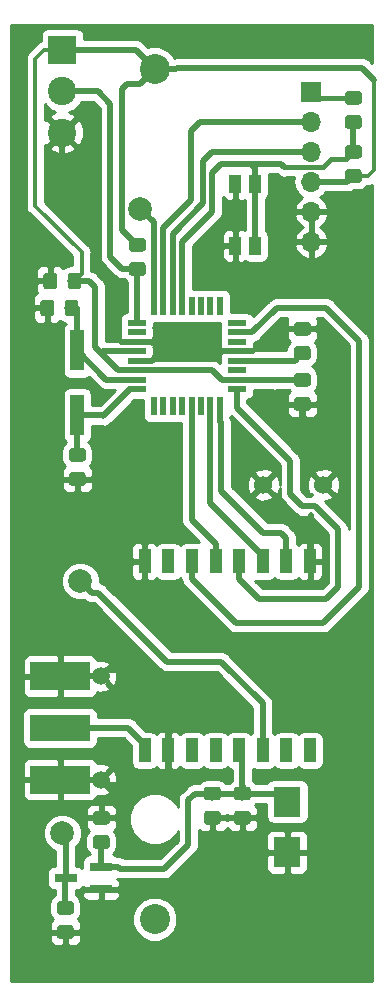
<source format=gbr>
G04 #@! TF.GenerationSoftware,KiCad,Pcbnew,(5.0.0)*
G04 #@! TF.CreationDate,2018-08-01T23:41:19+02:00*
G04 #@! TF.ProjectId,main,6D61696E2E6B696361645F7063620000,rev?*
G04 #@! TF.SameCoordinates,PX5a5a5f0PY7a15e80*
G04 #@! TF.FileFunction,Copper,L1,Top,Signal*
G04 #@! TF.FilePolarity,Positive*
%FSLAX46Y46*%
G04 Gerber Fmt 4.6, Leading zero omitted, Abs format (unit mm)*
G04 Created by KiCad (PCBNEW (5.0.0)) date 08/01/18 23:41:19*
%MOMM*%
%LPD*%
G01*
G04 APERTURE LIST*
G04 #@! TA.AperFunction,ComponentPad*
%ADD10C,1.524000*%
G04 #@! TD*
G04 #@! TA.AperFunction,SMDPad,CuDef*
%ADD11R,1.000000X1.550000*%
G04 #@! TD*
G04 #@! TA.AperFunction,Conductor*
%ADD12C,0.100000*%
G04 #@! TD*
G04 #@! TA.AperFunction,SMDPad,CuDef*
%ADD13C,1.150000*%
G04 #@! TD*
G04 #@! TA.AperFunction,ComponentPad*
%ADD14R,1.700000X1.700000*%
G04 #@! TD*
G04 #@! TA.AperFunction,ComponentPad*
%ADD15O,1.700000X1.700000*%
G04 #@! TD*
G04 #@! TA.AperFunction,SMDPad,CuDef*
%ADD16R,1.200000X3.500000*%
G04 #@! TD*
G04 #@! TA.AperFunction,SMDPad,CuDef*
%ADD17R,2.300000X2.500000*%
G04 #@! TD*
G04 #@! TA.AperFunction,ComponentPad*
%ADD18C,2.540000*%
G04 #@! TD*
G04 #@! TA.AperFunction,SMDPad,CuDef*
%ADD19R,1.600000X0.550000*%
G04 #@! TD*
G04 #@! TA.AperFunction,SMDPad,CuDef*
%ADD20R,0.550000X1.600000*%
G04 #@! TD*
G04 #@! TA.AperFunction,SMDPad,CuDef*
%ADD21R,1.900000X0.800000*%
G04 #@! TD*
G04 #@! TA.AperFunction,SMDPad,CuDef*
%ADD22R,1.000000X2.000000*%
G04 #@! TD*
G04 #@! TA.AperFunction,ComponentPad*
%ADD23R,2.400000X2.400000*%
G04 #@! TD*
G04 #@! TA.AperFunction,ComponentPad*
%ADD24C,2.400000*%
G04 #@! TD*
G04 #@! TA.AperFunction,SMDPad,CuDef*
%ADD25R,5.080000X2.290000*%
G04 #@! TD*
G04 #@! TA.AperFunction,SMDPad,CuDef*
%ADD26R,5.080000X2.420000*%
G04 #@! TD*
G04 #@! TA.AperFunction,ViaPad*
%ADD27C,1.500000*%
G04 #@! TD*
G04 #@! TA.AperFunction,Conductor*
%ADD28R,0.950000X0.460000*%
G04 #@! TD*
G04 #@! TA.AperFunction,ViaPad*
%ADD29C,2.000000*%
G04 #@! TD*
G04 #@! TA.AperFunction,Conductor*
%ADD30C,0.500000*%
G04 #@! TD*
G04 #@! TA.AperFunction,Conductor*
%ADD31C,0.350000*%
G04 #@! TD*
G04 #@! TA.AperFunction,Conductor*
%ADD32C,0.400000*%
G04 #@! TD*
G04 #@! TA.AperFunction,Conductor*
%ADD33C,0.254000*%
G04 #@! TD*
G04 APERTURE END LIST*
D10*
G04 #@! TO.P,JP2,1*
G04 #@! TO.N,GND*
X22098000Y42672000D03*
G04 #@! TO.P,JP2,2*
X27178000Y42672000D03*
G04 #@! TD*
D11*
G04 #@! TO.P,JP1,2*
G04 #@! TO.N,GND*
X19724000Y62907000D03*
X19724000Y68157000D03*
G04 #@! TO.P,JP1,1*
G04 #@! TO.N,reset_in*
X21424000Y68157000D03*
X21424000Y62907000D03*
G04 #@! TD*
D12*
G04 #@! TO.N,RST*
G04 #@! TO.C,C1*
G36*
X30192505Y76020796D02*
X30216773Y76017196D01*
X30240572Y76011235D01*
X30263671Y76002970D01*
X30285850Y75992480D01*
X30306893Y75979868D01*
X30326599Y75965253D01*
X30344777Y75948777D01*
X30361253Y75930599D01*
X30375868Y75910893D01*
X30388480Y75889850D01*
X30398970Y75867671D01*
X30407235Y75844572D01*
X30413196Y75820773D01*
X30416796Y75796505D01*
X30418000Y75772001D01*
X30418000Y75121999D01*
X30416796Y75097495D01*
X30413196Y75073227D01*
X30407235Y75049428D01*
X30398970Y75026329D01*
X30388480Y75004150D01*
X30375868Y74983107D01*
X30361253Y74963401D01*
X30344777Y74945223D01*
X30326599Y74928747D01*
X30306893Y74914132D01*
X30285850Y74901520D01*
X30263671Y74891030D01*
X30240572Y74882765D01*
X30216773Y74876804D01*
X30192505Y74873204D01*
X30168001Y74872000D01*
X29267999Y74872000D01*
X29243495Y74873204D01*
X29219227Y74876804D01*
X29195428Y74882765D01*
X29172329Y74891030D01*
X29150150Y74901520D01*
X29129107Y74914132D01*
X29109401Y74928747D01*
X29091223Y74945223D01*
X29074747Y74963401D01*
X29060132Y74983107D01*
X29047520Y75004150D01*
X29037030Y75026329D01*
X29028765Y75049428D01*
X29022804Y75073227D01*
X29019204Y75097495D01*
X29018000Y75121999D01*
X29018000Y75772001D01*
X29019204Y75796505D01*
X29022804Y75820773D01*
X29028765Y75844572D01*
X29037030Y75867671D01*
X29047520Y75889850D01*
X29060132Y75910893D01*
X29074747Y75930599D01*
X29091223Y75948777D01*
X29109401Y75965253D01*
X29129107Y75979868D01*
X29150150Y75992480D01*
X29172329Y76002970D01*
X29195428Y76011235D01*
X29219227Y76017196D01*
X29243495Y76020796D01*
X29267999Y76022000D01*
X30168001Y76022000D01*
X30192505Y76020796D01*
X30192505Y76020796D01*
G37*
D13*
G04 #@! TD*
G04 #@! TO.P,C1,1*
G04 #@! TO.N,RST*
X29718000Y75447000D03*
D12*
G04 #@! TO.N,reset_in*
G04 #@! TO.C,C1*
G36*
X30192505Y73970796D02*
X30216773Y73967196D01*
X30240572Y73961235D01*
X30263671Y73952970D01*
X30285850Y73942480D01*
X30306893Y73929868D01*
X30326599Y73915253D01*
X30344777Y73898777D01*
X30361253Y73880599D01*
X30375868Y73860893D01*
X30388480Y73839850D01*
X30398970Y73817671D01*
X30407235Y73794572D01*
X30413196Y73770773D01*
X30416796Y73746505D01*
X30418000Y73722001D01*
X30418000Y73071999D01*
X30416796Y73047495D01*
X30413196Y73023227D01*
X30407235Y72999428D01*
X30398970Y72976329D01*
X30388480Y72954150D01*
X30375868Y72933107D01*
X30361253Y72913401D01*
X30344777Y72895223D01*
X30326599Y72878747D01*
X30306893Y72864132D01*
X30285850Y72851520D01*
X30263671Y72841030D01*
X30240572Y72832765D01*
X30216773Y72826804D01*
X30192505Y72823204D01*
X30168001Y72822000D01*
X29267999Y72822000D01*
X29243495Y72823204D01*
X29219227Y72826804D01*
X29195428Y72832765D01*
X29172329Y72841030D01*
X29150150Y72851520D01*
X29129107Y72864132D01*
X29109401Y72878747D01*
X29091223Y72895223D01*
X29074747Y72913401D01*
X29060132Y72933107D01*
X29047520Y72954150D01*
X29037030Y72976329D01*
X29028765Y72999428D01*
X29022804Y73023227D01*
X29019204Y73047495D01*
X29018000Y73071999D01*
X29018000Y73722001D01*
X29019204Y73746505D01*
X29022804Y73770773D01*
X29028765Y73794572D01*
X29037030Y73817671D01*
X29047520Y73839850D01*
X29060132Y73860893D01*
X29074747Y73880599D01*
X29091223Y73898777D01*
X29109401Y73915253D01*
X29129107Y73929868D01*
X29150150Y73942480D01*
X29172329Y73952970D01*
X29195428Y73961235D01*
X29219227Y73967196D01*
X29243495Y73970796D01*
X29267999Y73972000D01*
X30168001Y73972000D01*
X30192505Y73970796D01*
X30192505Y73970796D01*
G37*
D13*
G04 #@! TD*
G04 #@! TO.P,C1,2*
G04 #@! TO.N,reset_in*
X29718000Y73397000D03*
D12*
G04 #@! TO.N,GND*
G04 #@! TO.C,C2*
G36*
X4404505Y60642796D02*
X4428773Y60639196D01*
X4452572Y60633235D01*
X4475671Y60624970D01*
X4497850Y60614480D01*
X4518893Y60601868D01*
X4538599Y60587253D01*
X4556777Y60570777D01*
X4573253Y60552599D01*
X4587868Y60532893D01*
X4600480Y60511850D01*
X4610970Y60489671D01*
X4619235Y60466572D01*
X4625196Y60442773D01*
X4628796Y60418505D01*
X4630000Y60394001D01*
X4630000Y59493999D01*
X4628796Y59469495D01*
X4625196Y59445227D01*
X4619235Y59421428D01*
X4610970Y59398329D01*
X4600480Y59376150D01*
X4587868Y59355107D01*
X4573253Y59335401D01*
X4556777Y59317223D01*
X4538599Y59300747D01*
X4518893Y59286132D01*
X4497850Y59273520D01*
X4475671Y59263030D01*
X4452572Y59254765D01*
X4428773Y59248804D01*
X4404505Y59245204D01*
X4380001Y59244000D01*
X3729999Y59244000D01*
X3705495Y59245204D01*
X3681227Y59248804D01*
X3657428Y59254765D01*
X3634329Y59263030D01*
X3612150Y59273520D01*
X3591107Y59286132D01*
X3571401Y59300747D01*
X3553223Y59317223D01*
X3536747Y59335401D01*
X3522132Y59355107D01*
X3509520Y59376150D01*
X3499030Y59398329D01*
X3490765Y59421428D01*
X3484804Y59445227D01*
X3481204Y59469495D01*
X3480000Y59493999D01*
X3480000Y60394001D01*
X3481204Y60418505D01*
X3484804Y60442773D01*
X3490765Y60466572D01*
X3499030Y60489671D01*
X3509520Y60511850D01*
X3522132Y60532893D01*
X3536747Y60552599D01*
X3553223Y60570777D01*
X3571401Y60587253D01*
X3591107Y60601868D01*
X3612150Y60614480D01*
X3634329Y60624970D01*
X3657428Y60633235D01*
X3681227Y60639196D01*
X3705495Y60642796D01*
X3729999Y60644000D01*
X4380001Y60644000D01*
X4404505Y60642796D01*
X4404505Y60642796D01*
G37*
D13*
G04 #@! TD*
G04 #@! TO.P,C2,2*
G04 #@! TO.N,GND*
X4055000Y59944000D03*
D12*
G04 #@! TO.N,+BATT*
G04 #@! TO.C,C2*
G36*
X6454505Y60642796D02*
X6478773Y60639196D01*
X6502572Y60633235D01*
X6525671Y60624970D01*
X6547850Y60614480D01*
X6568893Y60601868D01*
X6588599Y60587253D01*
X6606777Y60570777D01*
X6623253Y60552599D01*
X6637868Y60532893D01*
X6650480Y60511850D01*
X6660970Y60489671D01*
X6669235Y60466572D01*
X6675196Y60442773D01*
X6678796Y60418505D01*
X6680000Y60394001D01*
X6680000Y59493999D01*
X6678796Y59469495D01*
X6675196Y59445227D01*
X6669235Y59421428D01*
X6660970Y59398329D01*
X6650480Y59376150D01*
X6637868Y59355107D01*
X6623253Y59335401D01*
X6606777Y59317223D01*
X6588599Y59300747D01*
X6568893Y59286132D01*
X6547850Y59273520D01*
X6525671Y59263030D01*
X6502572Y59254765D01*
X6478773Y59248804D01*
X6454505Y59245204D01*
X6430001Y59244000D01*
X5779999Y59244000D01*
X5755495Y59245204D01*
X5731227Y59248804D01*
X5707428Y59254765D01*
X5684329Y59263030D01*
X5662150Y59273520D01*
X5641107Y59286132D01*
X5621401Y59300747D01*
X5603223Y59317223D01*
X5586747Y59335401D01*
X5572132Y59355107D01*
X5559520Y59376150D01*
X5549030Y59398329D01*
X5540765Y59421428D01*
X5534804Y59445227D01*
X5531204Y59469495D01*
X5530000Y59493999D01*
X5530000Y60394001D01*
X5531204Y60418505D01*
X5534804Y60442773D01*
X5540765Y60466572D01*
X5549030Y60489671D01*
X5559520Y60511850D01*
X5572132Y60532893D01*
X5586747Y60552599D01*
X5603223Y60570777D01*
X5621401Y60587253D01*
X5641107Y60601868D01*
X5662150Y60614480D01*
X5684329Y60624970D01*
X5707428Y60633235D01*
X5731227Y60639196D01*
X5755495Y60642796D01*
X5779999Y60644000D01*
X6430001Y60644000D01*
X6454505Y60642796D01*
X6454505Y60642796D01*
G37*
D13*
G04 #@! TD*
G04 #@! TO.P,C2,1*
G04 #@! TO.N,+BATT*
X6105000Y59944000D03*
D12*
G04 #@! TO.N,Net-(C3-Pad1)*
G04 #@! TO.C,C3*
G36*
X25874505Y54412796D02*
X25898773Y54409196D01*
X25922572Y54403235D01*
X25945671Y54394970D01*
X25967850Y54384480D01*
X25988893Y54371868D01*
X26008599Y54357253D01*
X26026777Y54340777D01*
X26043253Y54322599D01*
X26057868Y54302893D01*
X26070480Y54281850D01*
X26080970Y54259671D01*
X26089235Y54236572D01*
X26095196Y54212773D01*
X26098796Y54188505D01*
X26100000Y54164001D01*
X26100000Y53513999D01*
X26098796Y53489495D01*
X26095196Y53465227D01*
X26089235Y53441428D01*
X26080970Y53418329D01*
X26070480Y53396150D01*
X26057868Y53375107D01*
X26043253Y53355401D01*
X26026777Y53337223D01*
X26008599Y53320747D01*
X25988893Y53306132D01*
X25967850Y53293520D01*
X25945671Y53283030D01*
X25922572Y53274765D01*
X25898773Y53268804D01*
X25874505Y53265204D01*
X25850001Y53264000D01*
X24949999Y53264000D01*
X24925495Y53265204D01*
X24901227Y53268804D01*
X24877428Y53274765D01*
X24854329Y53283030D01*
X24832150Y53293520D01*
X24811107Y53306132D01*
X24791401Y53320747D01*
X24773223Y53337223D01*
X24756747Y53355401D01*
X24742132Y53375107D01*
X24729520Y53396150D01*
X24719030Y53418329D01*
X24710765Y53441428D01*
X24704804Y53465227D01*
X24701204Y53489495D01*
X24700000Y53513999D01*
X24700000Y54164001D01*
X24701204Y54188505D01*
X24704804Y54212773D01*
X24710765Y54236572D01*
X24719030Y54259671D01*
X24729520Y54281850D01*
X24742132Y54302893D01*
X24756747Y54322599D01*
X24773223Y54340777D01*
X24791401Y54357253D01*
X24811107Y54371868D01*
X24832150Y54384480D01*
X24854329Y54394970D01*
X24877428Y54403235D01*
X24901227Y54409196D01*
X24925495Y54412796D01*
X24949999Y54414000D01*
X25850001Y54414000D01*
X25874505Y54412796D01*
X25874505Y54412796D01*
G37*
D13*
G04 #@! TD*
G04 #@! TO.P,C3,1*
G04 #@! TO.N,Net-(C3-Pad1)*
X25400000Y53839000D03*
D12*
G04 #@! TO.N,GND*
G04 #@! TO.C,C3*
G36*
X25874505Y56462796D02*
X25898773Y56459196D01*
X25922572Y56453235D01*
X25945671Y56444970D01*
X25967850Y56434480D01*
X25988893Y56421868D01*
X26008599Y56407253D01*
X26026777Y56390777D01*
X26043253Y56372599D01*
X26057868Y56352893D01*
X26070480Y56331850D01*
X26080970Y56309671D01*
X26089235Y56286572D01*
X26095196Y56262773D01*
X26098796Y56238505D01*
X26100000Y56214001D01*
X26100000Y55563999D01*
X26098796Y55539495D01*
X26095196Y55515227D01*
X26089235Y55491428D01*
X26080970Y55468329D01*
X26070480Y55446150D01*
X26057868Y55425107D01*
X26043253Y55405401D01*
X26026777Y55387223D01*
X26008599Y55370747D01*
X25988893Y55356132D01*
X25967850Y55343520D01*
X25945671Y55333030D01*
X25922572Y55324765D01*
X25898773Y55318804D01*
X25874505Y55315204D01*
X25850001Y55314000D01*
X24949999Y55314000D01*
X24925495Y55315204D01*
X24901227Y55318804D01*
X24877428Y55324765D01*
X24854329Y55333030D01*
X24832150Y55343520D01*
X24811107Y55356132D01*
X24791401Y55370747D01*
X24773223Y55387223D01*
X24756747Y55405401D01*
X24742132Y55425107D01*
X24729520Y55446150D01*
X24719030Y55468329D01*
X24710765Y55491428D01*
X24704804Y55515227D01*
X24701204Y55539495D01*
X24700000Y55563999D01*
X24700000Y56214001D01*
X24701204Y56238505D01*
X24704804Y56262773D01*
X24710765Y56286572D01*
X24719030Y56309671D01*
X24729520Y56331850D01*
X24742132Y56352893D01*
X24756747Y56372599D01*
X24773223Y56390777D01*
X24791401Y56407253D01*
X24811107Y56421868D01*
X24832150Y56434480D01*
X24854329Y56444970D01*
X24877428Y56453235D01*
X24901227Y56459196D01*
X24925495Y56462796D01*
X24949999Y56464000D01*
X25850001Y56464000D01*
X25874505Y56462796D01*
X25874505Y56462796D01*
G37*
D13*
G04 #@! TD*
G04 #@! TO.P,C3,2*
G04 #@! TO.N,GND*
X25400000Y55889000D03*
D12*
G04 #@! TO.N,GND*
G04 #@! TO.C,C4*
G36*
X25874505Y50094796D02*
X25898773Y50091196D01*
X25922572Y50085235D01*
X25945671Y50076970D01*
X25967850Y50066480D01*
X25988893Y50053868D01*
X26008599Y50039253D01*
X26026777Y50022777D01*
X26043253Y50004599D01*
X26057868Y49984893D01*
X26070480Y49963850D01*
X26080970Y49941671D01*
X26089235Y49918572D01*
X26095196Y49894773D01*
X26098796Y49870505D01*
X26100000Y49846001D01*
X26100000Y49195999D01*
X26098796Y49171495D01*
X26095196Y49147227D01*
X26089235Y49123428D01*
X26080970Y49100329D01*
X26070480Y49078150D01*
X26057868Y49057107D01*
X26043253Y49037401D01*
X26026777Y49019223D01*
X26008599Y49002747D01*
X25988893Y48988132D01*
X25967850Y48975520D01*
X25945671Y48965030D01*
X25922572Y48956765D01*
X25898773Y48950804D01*
X25874505Y48947204D01*
X25850001Y48946000D01*
X24949999Y48946000D01*
X24925495Y48947204D01*
X24901227Y48950804D01*
X24877428Y48956765D01*
X24854329Y48965030D01*
X24832150Y48975520D01*
X24811107Y48988132D01*
X24791401Y49002747D01*
X24773223Y49019223D01*
X24756747Y49037401D01*
X24742132Y49057107D01*
X24729520Y49078150D01*
X24719030Y49100329D01*
X24710765Y49123428D01*
X24704804Y49147227D01*
X24701204Y49171495D01*
X24700000Y49195999D01*
X24700000Y49846001D01*
X24701204Y49870505D01*
X24704804Y49894773D01*
X24710765Y49918572D01*
X24719030Y49941671D01*
X24729520Y49963850D01*
X24742132Y49984893D01*
X24756747Y50004599D01*
X24773223Y50022777D01*
X24791401Y50039253D01*
X24811107Y50053868D01*
X24832150Y50066480D01*
X24854329Y50076970D01*
X24877428Y50085235D01*
X24901227Y50091196D01*
X24925495Y50094796D01*
X24949999Y50096000D01*
X25850001Y50096000D01*
X25874505Y50094796D01*
X25874505Y50094796D01*
G37*
D13*
G04 #@! TD*
G04 #@! TO.P,C4,2*
G04 #@! TO.N,GND*
X25400000Y49521000D03*
D12*
G04 #@! TO.N,+BATT*
G04 #@! TO.C,C4*
G36*
X25874505Y52144796D02*
X25898773Y52141196D01*
X25922572Y52135235D01*
X25945671Y52126970D01*
X25967850Y52116480D01*
X25988893Y52103868D01*
X26008599Y52089253D01*
X26026777Y52072777D01*
X26043253Y52054599D01*
X26057868Y52034893D01*
X26070480Y52013850D01*
X26080970Y51991671D01*
X26089235Y51968572D01*
X26095196Y51944773D01*
X26098796Y51920505D01*
X26100000Y51896001D01*
X26100000Y51245999D01*
X26098796Y51221495D01*
X26095196Y51197227D01*
X26089235Y51173428D01*
X26080970Y51150329D01*
X26070480Y51128150D01*
X26057868Y51107107D01*
X26043253Y51087401D01*
X26026777Y51069223D01*
X26008599Y51052747D01*
X25988893Y51038132D01*
X25967850Y51025520D01*
X25945671Y51015030D01*
X25922572Y51006765D01*
X25898773Y51000804D01*
X25874505Y50997204D01*
X25850001Y50996000D01*
X24949999Y50996000D01*
X24925495Y50997204D01*
X24901227Y51000804D01*
X24877428Y51006765D01*
X24854329Y51015030D01*
X24832150Y51025520D01*
X24811107Y51038132D01*
X24791401Y51052747D01*
X24773223Y51069223D01*
X24756747Y51087401D01*
X24742132Y51107107D01*
X24729520Y51128150D01*
X24719030Y51150329D01*
X24710765Y51173428D01*
X24704804Y51197227D01*
X24701204Y51221495D01*
X24700000Y51245999D01*
X24700000Y51896001D01*
X24701204Y51920505D01*
X24704804Y51944773D01*
X24710765Y51968572D01*
X24719030Y51991671D01*
X24729520Y52013850D01*
X24742132Y52034893D01*
X24756747Y52054599D01*
X24773223Y52072777D01*
X24791401Y52089253D01*
X24811107Y52103868D01*
X24832150Y52116480D01*
X24854329Y52126970D01*
X24877428Y52135235D01*
X24901227Y52141196D01*
X24925495Y52144796D01*
X24949999Y52146000D01*
X25850001Y52146000D01*
X25874505Y52144796D01*
X25874505Y52144796D01*
G37*
D13*
G04 #@! TD*
G04 #@! TO.P,C4,1*
G04 #@! TO.N,+BATT*
X25400000Y51571000D03*
D12*
G04 #@! TO.N,GND*
G04 #@! TO.C,C5*
G36*
X4150505Y58356796D02*
X4174773Y58353196D01*
X4198572Y58347235D01*
X4221671Y58338970D01*
X4243850Y58328480D01*
X4264893Y58315868D01*
X4284599Y58301253D01*
X4302777Y58284777D01*
X4319253Y58266599D01*
X4333868Y58246893D01*
X4346480Y58225850D01*
X4356970Y58203671D01*
X4365235Y58180572D01*
X4371196Y58156773D01*
X4374796Y58132505D01*
X4376000Y58108001D01*
X4376000Y57207999D01*
X4374796Y57183495D01*
X4371196Y57159227D01*
X4365235Y57135428D01*
X4356970Y57112329D01*
X4346480Y57090150D01*
X4333868Y57069107D01*
X4319253Y57049401D01*
X4302777Y57031223D01*
X4284599Y57014747D01*
X4264893Y57000132D01*
X4243850Y56987520D01*
X4221671Y56977030D01*
X4198572Y56968765D01*
X4174773Y56962804D01*
X4150505Y56959204D01*
X4126001Y56958000D01*
X3475999Y56958000D01*
X3451495Y56959204D01*
X3427227Y56962804D01*
X3403428Y56968765D01*
X3380329Y56977030D01*
X3358150Y56987520D01*
X3337107Y57000132D01*
X3317401Y57014747D01*
X3299223Y57031223D01*
X3282747Y57049401D01*
X3268132Y57069107D01*
X3255520Y57090150D01*
X3245030Y57112329D01*
X3236765Y57135428D01*
X3230804Y57159227D01*
X3227204Y57183495D01*
X3226000Y57207999D01*
X3226000Y58108001D01*
X3227204Y58132505D01*
X3230804Y58156773D01*
X3236765Y58180572D01*
X3245030Y58203671D01*
X3255520Y58225850D01*
X3268132Y58246893D01*
X3282747Y58266599D01*
X3299223Y58284777D01*
X3317401Y58301253D01*
X3337107Y58315868D01*
X3358150Y58328480D01*
X3380329Y58338970D01*
X3403428Y58347235D01*
X3427227Y58353196D01*
X3451495Y58356796D01*
X3475999Y58358000D01*
X4126001Y58358000D01*
X4150505Y58356796D01*
X4150505Y58356796D01*
G37*
D13*
G04 #@! TD*
G04 #@! TO.P,C5,1*
G04 #@! TO.N,GND*
X3801000Y57658000D03*
D12*
G04 #@! TO.N,Net-(C5-Pad2)*
G04 #@! TO.C,C5*
G36*
X6200505Y58356796D02*
X6224773Y58353196D01*
X6248572Y58347235D01*
X6271671Y58338970D01*
X6293850Y58328480D01*
X6314893Y58315868D01*
X6334599Y58301253D01*
X6352777Y58284777D01*
X6369253Y58266599D01*
X6383868Y58246893D01*
X6396480Y58225850D01*
X6406970Y58203671D01*
X6415235Y58180572D01*
X6421196Y58156773D01*
X6424796Y58132505D01*
X6426000Y58108001D01*
X6426000Y57207999D01*
X6424796Y57183495D01*
X6421196Y57159227D01*
X6415235Y57135428D01*
X6406970Y57112329D01*
X6396480Y57090150D01*
X6383868Y57069107D01*
X6369253Y57049401D01*
X6352777Y57031223D01*
X6334599Y57014747D01*
X6314893Y57000132D01*
X6293850Y56987520D01*
X6271671Y56977030D01*
X6248572Y56968765D01*
X6224773Y56962804D01*
X6200505Y56959204D01*
X6176001Y56958000D01*
X5525999Y56958000D01*
X5501495Y56959204D01*
X5477227Y56962804D01*
X5453428Y56968765D01*
X5430329Y56977030D01*
X5408150Y56987520D01*
X5387107Y57000132D01*
X5367401Y57014747D01*
X5349223Y57031223D01*
X5332747Y57049401D01*
X5318132Y57069107D01*
X5305520Y57090150D01*
X5295030Y57112329D01*
X5286765Y57135428D01*
X5280804Y57159227D01*
X5277204Y57183495D01*
X5276000Y57207999D01*
X5276000Y58108001D01*
X5277204Y58132505D01*
X5280804Y58156773D01*
X5286765Y58180572D01*
X5295030Y58203671D01*
X5305520Y58225850D01*
X5318132Y58246893D01*
X5332747Y58266599D01*
X5349223Y58284777D01*
X5367401Y58301253D01*
X5387107Y58315868D01*
X5408150Y58328480D01*
X5430329Y58338970D01*
X5453428Y58347235D01*
X5477227Y58353196D01*
X5501495Y58356796D01*
X5525999Y58358000D01*
X6176001Y58358000D01*
X6200505Y58356796D01*
X6200505Y58356796D01*
G37*
D13*
G04 #@! TD*
G04 #@! TO.P,C5,2*
G04 #@! TO.N,Net-(C5-Pad2)*
X5851000Y57658000D03*
D12*
G04 #@! TO.N,Net-(C6-Pad2)*
G04 #@! TO.C,C6*
G36*
X6824505Y45794796D02*
X6848773Y45791196D01*
X6872572Y45785235D01*
X6895671Y45776970D01*
X6917850Y45766480D01*
X6938893Y45753868D01*
X6958599Y45739253D01*
X6976777Y45722777D01*
X6993253Y45704599D01*
X7007868Y45684893D01*
X7020480Y45663850D01*
X7030970Y45641671D01*
X7039235Y45618572D01*
X7045196Y45594773D01*
X7048796Y45570505D01*
X7050000Y45546001D01*
X7050000Y44895999D01*
X7048796Y44871495D01*
X7045196Y44847227D01*
X7039235Y44823428D01*
X7030970Y44800329D01*
X7020480Y44778150D01*
X7007868Y44757107D01*
X6993253Y44737401D01*
X6976777Y44719223D01*
X6958599Y44702747D01*
X6938893Y44688132D01*
X6917850Y44675520D01*
X6895671Y44665030D01*
X6872572Y44656765D01*
X6848773Y44650804D01*
X6824505Y44647204D01*
X6800001Y44646000D01*
X5899999Y44646000D01*
X5875495Y44647204D01*
X5851227Y44650804D01*
X5827428Y44656765D01*
X5804329Y44665030D01*
X5782150Y44675520D01*
X5761107Y44688132D01*
X5741401Y44702747D01*
X5723223Y44719223D01*
X5706747Y44737401D01*
X5692132Y44757107D01*
X5679520Y44778150D01*
X5669030Y44800329D01*
X5660765Y44823428D01*
X5654804Y44847227D01*
X5651204Y44871495D01*
X5650000Y44895999D01*
X5650000Y45546001D01*
X5651204Y45570505D01*
X5654804Y45594773D01*
X5660765Y45618572D01*
X5669030Y45641671D01*
X5679520Y45663850D01*
X5692132Y45684893D01*
X5706747Y45704599D01*
X5723223Y45722777D01*
X5741401Y45739253D01*
X5761107Y45753868D01*
X5782150Y45766480D01*
X5804329Y45776970D01*
X5827428Y45785235D01*
X5851227Y45791196D01*
X5875495Y45794796D01*
X5899999Y45796000D01*
X6800001Y45796000D01*
X6824505Y45794796D01*
X6824505Y45794796D01*
G37*
D13*
G04 #@! TD*
G04 #@! TO.P,C6,2*
G04 #@! TO.N,Net-(C6-Pad2)*
X6350000Y45221000D03*
D12*
G04 #@! TO.N,GND*
G04 #@! TO.C,C6*
G36*
X6824505Y43744796D02*
X6848773Y43741196D01*
X6872572Y43735235D01*
X6895671Y43726970D01*
X6917850Y43716480D01*
X6938893Y43703868D01*
X6958599Y43689253D01*
X6976777Y43672777D01*
X6993253Y43654599D01*
X7007868Y43634893D01*
X7020480Y43613850D01*
X7030970Y43591671D01*
X7039235Y43568572D01*
X7045196Y43544773D01*
X7048796Y43520505D01*
X7050000Y43496001D01*
X7050000Y42845999D01*
X7048796Y42821495D01*
X7045196Y42797227D01*
X7039235Y42773428D01*
X7030970Y42750329D01*
X7020480Y42728150D01*
X7007868Y42707107D01*
X6993253Y42687401D01*
X6976777Y42669223D01*
X6958599Y42652747D01*
X6938893Y42638132D01*
X6917850Y42625520D01*
X6895671Y42615030D01*
X6872572Y42606765D01*
X6848773Y42600804D01*
X6824505Y42597204D01*
X6800001Y42596000D01*
X5899999Y42596000D01*
X5875495Y42597204D01*
X5851227Y42600804D01*
X5827428Y42606765D01*
X5804329Y42615030D01*
X5782150Y42625520D01*
X5761107Y42638132D01*
X5741401Y42652747D01*
X5723223Y42669223D01*
X5706747Y42687401D01*
X5692132Y42707107D01*
X5679520Y42728150D01*
X5669030Y42750329D01*
X5660765Y42773428D01*
X5654804Y42797227D01*
X5651204Y42821495D01*
X5650000Y42845999D01*
X5650000Y43496001D01*
X5651204Y43520505D01*
X5654804Y43544773D01*
X5660765Y43568572D01*
X5669030Y43591671D01*
X5679520Y43613850D01*
X5692132Y43634893D01*
X5706747Y43654599D01*
X5723223Y43672777D01*
X5741401Y43689253D01*
X5761107Y43703868D01*
X5782150Y43716480D01*
X5804329Y43726970D01*
X5827428Y43735235D01*
X5851227Y43741196D01*
X5875495Y43744796D01*
X5899999Y43746000D01*
X6800001Y43746000D01*
X6824505Y43744796D01*
X6824505Y43744796D01*
G37*
D13*
G04 #@! TD*
G04 #@! TO.P,C6,1*
G04 #@! TO.N,GND*
X6350000Y43171000D03*
D12*
G04 #@! TO.N,+3V3*
G04 #@! TO.C,C8*
G36*
X20794505Y17114796D02*
X20818773Y17111196D01*
X20842572Y17105235D01*
X20865671Y17096970D01*
X20887850Y17086480D01*
X20908893Y17073868D01*
X20928599Y17059253D01*
X20946777Y17042777D01*
X20963253Y17024599D01*
X20977868Y17004893D01*
X20990480Y16983850D01*
X21000970Y16961671D01*
X21009235Y16938572D01*
X21015196Y16914773D01*
X21018796Y16890505D01*
X21020000Y16866001D01*
X21020000Y16215999D01*
X21018796Y16191495D01*
X21015196Y16167227D01*
X21009235Y16143428D01*
X21000970Y16120329D01*
X20990480Y16098150D01*
X20977868Y16077107D01*
X20963253Y16057401D01*
X20946777Y16039223D01*
X20928599Y16022747D01*
X20908893Y16008132D01*
X20887850Y15995520D01*
X20865671Y15985030D01*
X20842572Y15976765D01*
X20818773Y15970804D01*
X20794505Y15967204D01*
X20770001Y15966000D01*
X19869999Y15966000D01*
X19845495Y15967204D01*
X19821227Y15970804D01*
X19797428Y15976765D01*
X19774329Y15985030D01*
X19752150Y15995520D01*
X19731107Y16008132D01*
X19711401Y16022747D01*
X19693223Y16039223D01*
X19676747Y16057401D01*
X19662132Y16077107D01*
X19649520Y16098150D01*
X19639030Y16120329D01*
X19630765Y16143428D01*
X19624804Y16167227D01*
X19621204Y16191495D01*
X19620000Y16215999D01*
X19620000Y16866001D01*
X19621204Y16890505D01*
X19624804Y16914773D01*
X19630765Y16938572D01*
X19639030Y16961671D01*
X19649520Y16983850D01*
X19662132Y17004893D01*
X19676747Y17024599D01*
X19693223Y17042777D01*
X19711401Y17059253D01*
X19731107Y17073868D01*
X19752150Y17086480D01*
X19774329Y17096970D01*
X19797428Y17105235D01*
X19821227Y17111196D01*
X19845495Y17114796D01*
X19869999Y17116000D01*
X20770001Y17116000D01*
X20794505Y17114796D01*
X20794505Y17114796D01*
G37*
D13*
G04 #@! TD*
G04 #@! TO.P,C8,1*
G04 #@! TO.N,+3V3*
X20320000Y16541000D03*
D12*
G04 #@! TO.N,GND*
G04 #@! TO.C,C8*
G36*
X20794505Y15064796D02*
X20818773Y15061196D01*
X20842572Y15055235D01*
X20865671Y15046970D01*
X20887850Y15036480D01*
X20908893Y15023868D01*
X20928599Y15009253D01*
X20946777Y14992777D01*
X20963253Y14974599D01*
X20977868Y14954893D01*
X20990480Y14933850D01*
X21000970Y14911671D01*
X21009235Y14888572D01*
X21015196Y14864773D01*
X21018796Y14840505D01*
X21020000Y14816001D01*
X21020000Y14165999D01*
X21018796Y14141495D01*
X21015196Y14117227D01*
X21009235Y14093428D01*
X21000970Y14070329D01*
X20990480Y14048150D01*
X20977868Y14027107D01*
X20963253Y14007401D01*
X20946777Y13989223D01*
X20928599Y13972747D01*
X20908893Y13958132D01*
X20887850Y13945520D01*
X20865671Y13935030D01*
X20842572Y13926765D01*
X20818773Y13920804D01*
X20794505Y13917204D01*
X20770001Y13916000D01*
X19869999Y13916000D01*
X19845495Y13917204D01*
X19821227Y13920804D01*
X19797428Y13926765D01*
X19774329Y13935030D01*
X19752150Y13945520D01*
X19731107Y13958132D01*
X19711401Y13972747D01*
X19693223Y13989223D01*
X19676747Y14007401D01*
X19662132Y14027107D01*
X19649520Y14048150D01*
X19639030Y14070329D01*
X19630765Y14093428D01*
X19624804Y14117227D01*
X19621204Y14141495D01*
X19620000Y14165999D01*
X19620000Y14816001D01*
X19621204Y14840505D01*
X19624804Y14864773D01*
X19630765Y14888572D01*
X19639030Y14911671D01*
X19649520Y14933850D01*
X19662132Y14954893D01*
X19676747Y14974599D01*
X19693223Y14992777D01*
X19711401Y15009253D01*
X19731107Y15023868D01*
X19752150Y15036480D01*
X19774329Y15046970D01*
X19797428Y15055235D01*
X19821227Y15061196D01*
X19845495Y15064796D01*
X19869999Y15066000D01*
X20770001Y15066000D01*
X20794505Y15064796D01*
X20794505Y15064796D01*
G37*
D13*
G04 #@! TD*
G04 #@! TO.P,C8,2*
G04 #@! TO.N,GND*
X20320000Y14491000D03*
D12*
G04 #@! TO.N,GND*
G04 #@! TO.C,C9*
G36*
X18254505Y15064796D02*
X18278773Y15061196D01*
X18302572Y15055235D01*
X18325671Y15046970D01*
X18347850Y15036480D01*
X18368893Y15023868D01*
X18388599Y15009253D01*
X18406777Y14992777D01*
X18423253Y14974599D01*
X18437868Y14954893D01*
X18450480Y14933850D01*
X18460970Y14911671D01*
X18469235Y14888572D01*
X18475196Y14864773D01*
X18478796Y14840505D01*
X18480000Y14816001D01*
X18480000Y14165999D01*
X18478796Y14141495D01*
X18475196Y14117227D01*
X18469235Y14093428D01*
X18460970Y14070329D01*
X18450480Y14048150D01*
X18437868Y14027107D01*
X18423253Y14007401D01*
X18406777Y13989223D01*
X18388599Y13972747D01*
X18368893Y13958132D01*
X18347850Y13945520D01*
X18325671Y13935030D01*
X18302572Y13926765D01*
X18278773Y13920804D01*
X18254505Y13917204D01*
X18230001Y13916000D01*
X17329999Y13916000D01*
X17305495Y13917204D01*
X17281227Y13920804D01*
X17257428Y13926765D01*
X17234329Y13935030D01*
X17212150Y13945520D01*
X17191107Y13958132D01*
X17171401Y13972747D01*
X17153223Y13989223D01*
X17136747Y14007401D01*
X17122132Y14027107D01*
X17109520Y14048150D01*
X17099030Y14070329D01*
X17090765Y14093428D01*
X17084804Y14117227D01*
X17081204Y14141495D01*
X17080000Y14165999D01*
X17080000Y14816001D01*
X17081204Y14840505D01*
X17084804Y14864773D01*
X17090765Y14888572D01*
X17099030Y14911671D01*
X17109520Y14933850D01*
X17122132Y14954893D01*
X17136747Y14974599D01*
X17153223Y14992777D01*
X17171401Y15009253D01*
X17191107Y15023868D01*
X17212150Y15036480D01*
X17234329Y15046970D01*
X17257428Y15055235D01*
X17281227Y15061196D01*
X17305495Y15064796D01*
X17329999Y15066000D01*
X18230001Y15066000D01*
X18254505Y15064796D01*
X18254505Y15064796D01*
G37*
D13*
G04 #@! TD*
G04 #@! TO.P,C9,2*
G04 #@! TO.N,GND*
X17780000Y14491000D03*
D12*
G04 #@! TO.N,+3V3*
G04 #@! TO.C,C9*
G36*
X18254505Y17114796D02*
X18278773Y17111196D01*
X18302572Y17105235D01*
X18325671Y17096970D01*
X18347850Y17086480D01*
X18368893Y17073868D01*
X18388599Y17059253D01*
X18406777Y17042777D01*
X18423253Y17024599D01*
X18437868Y17004893D01*
X18450480Y16983850D01*
X18460970Y16961671D01*
X18469235Y16938572D01*
X18475196Y16914773D01*
X18478796Y16890505D01*
X18480000Y16866001D01*
X18480000Y16215999D01*
X18478796Y16191495D01*
X18475196Y16167227D01*
X18469235Y16143428D01*
X18460970Y16120329D01*
X18450480Y16098150D01*
X18437868Y16077107D01*
X18423253Y16057401D01*
X18406777Y16039223D01*
X18388599Y16022747D01*
X18368893Y16008132D01*
X18347850Y15995520D01*
X18325671Y15985030D01*
X18302572Y15976765D01*
X18278773Y15970804D01*
X18254505Y15967204D01*
X18230001Y15966000D01*
X17329999Y15966000D01*
X17305495Y15967204D01*
X17281227Y15970804D01*
X17257428Y15976765D01*
X17234329Y15985030D01*
X17212150Y15995520D01*
X17191107Y16008132D01*
X17171401Y16022747D01*
X17153223Y16039223D01*
X17136747Y16057401D01*
X17122132Y16077107D01*
X17109520Y16098150D01*
X17099030Y16120329D01*
X17090765Y16143428D01*
X17084804Y16167227D01*
X17081204Y16191495D01*
X17080000Y16215999D01*
X17080000Y16866001D01*
X17081204Y16890505D01*
X17084804Y16914773D01*
X17090765Y16938572D01*
X17099030Y16961671D01*
X17109520Y16983850D01*
X17122132Y17004893D01*
X17136747Y17024599D01*
X17153223Y17042777D01*
X17171401Y17059253D01*
X17191107Y17073868D01*
X17212150Y17086480D01*
X17234329Y17096970D01*
X17257428Y17105235D01*
X17281227Y17111196D01*
X17305495Y17114796D01*
X17329999Y17116000D01*
X18230001Y17116000D01*
X18254505Y17114796D01*
X18254505Y17114796D01*
G37*
D13*
G04 #@! TD*
G04 #@! TO.P,C9,1*
G04 #@! TO.N,+3V3*
X17780000Y16541000D03*
D12*
G04 #@! TO.N,GND*
G04 #@! TO.C,C14*
G36*
X5808505Y5390796D02*
X5832773Y5387196D01*
X5856572Y5381235D01*
X5879671Y5372970D01*
X5901850Y5362480D01*
X5922893Y5349868D01*
X5942599Y5335253D01*
X5960777Y5318777D01*
X5977253Y5300599D01*
X5991868Y5280893D01*
X6004480Y5259850D01*
X6014970Y5237671D01*
X6023235Y5214572D01*
X6029196Y5190773D01*
X6032796Y5166505D01*
X6034000Y5142001D01*
X6034000Y4491999D01*
X6032796Y4467495D01*
X6029196Y4443227D01*
X6023235Y4419428D01*
X6014970Y4396329D01*
X6004480Y4374150D01*
X5991868Y4353107D01*
X5977253Y4333401D01*
X5960777Y4315223D01*
X5942599Y4298747D01*
X5922893Y4284132D01*
X5901850Y4271520D01*
X5879671Y4261030D01*
X5856572Y4252765D01*
X5832773Y4246804D01*
X5808505Y4243204D01*
X5784001Y4242000D01*
X4883999Y4242000D01*
X4859495Y4243204D01*
X4835227Y4246804D01*
X4811428Y4252765D01*
X4788329Y4261030D01*
X4766150Y4271520D01*
X4745107Y4284132D01*
X4725401Y4298747D01*
X4707223Y4315223D01*
X4690747Y4333401D01*
X4676132Y4353107D01*
X4663520Y4374150D01*
X4653030Y4396329D01*
X4644765Y4419428D01*
X4638804Y4443227D01*
X4635204Y4467495D01*
X4634000Y4491999D01*
X4634000Y5142001D01*
X4635204Y5166505D01*
X4638804Y5190773D01*
X4644765Y5214572D01*
X4653030Y5237671D01*
X4663520Y5259850D01*
X4676132Y5280893D01*
X4690747Y5300599D01*
X4707223Y5318777D01*
X4725401Y5335253D01*
X4745107Y5349868D01*
X4766150Y5362480D01*
X4788329Y5372970D01*
X4811428Y5381235D01*
X4835227Y5387196D01*
X4859495Y5390796D01*
X4883999Y5392000D01*
X5784001Y5392000D01*
X5808505Y5390796D01*
X5808505Y5390796D01*
G37*
D13*
G04 #@! TD*
G04 #@! TO.P,C14,2*
G04 #@! TO.N,GND*
X5334000Y4817000D03*
D12*
G04 #@! TO.N,+BATT*
G04 #@! TO.C,C14*
G36*
X5808505Y7440796D02*
X5832773Y7437196D01*
X5856572Y7431235D01*
X5879671Y7422970D01*
X5901850Y7412480D01*
X5922893Y7399868D01*
X5942599Y7385253D01*
X5960777Y7368777D01*
X5977253Y7350599D01*
X5991868Y7330893D01*
X6004480Y7309850D01*
X6014970Y7287671D01*
X6023235Y7264572D01*
X6029196Y7240773D01*
X6032796Y7216505D01*
X6034000Y7192001D01*
X6034000Y6541999D01*
X6032796Y6517495D01*
X6029196Y6493227D01*
X6023235Y6469428D01*
X6014970Y6446329D01*
X6004480Y6424150D01*
X5991868Y6403107D01*
X5977253Y6383401D01*
X5960777Y6365223D01*
X5942599Y6348747D01*
X5922893Y6334132D01*
X5901850Y6321520D01*
X5879671Y6311030D01*
X5856572Y6302765D01*
X5832773Y6296804D01*
X5808505Y6293204D01*
X5784001Y6292000D01*
X4883999Y6292000D01*
X4859495Y6293204D01*
X4835227Y6296804D01*
X4811428Y6302765D01*
X4788329Y6311030D01*
X4766150Y6321520D01*
X4745107Y6334132D01*
X4725401Y6348747D01*
X4707223Y6365223D01*
X4690747Y6383401D01*
X4676132Y6403107D01*
X4663520Y6424150D01*
X4653030Y6446329D01*
X4644765Y6469428D01*
X4638804Y6493227D01*
X4635204Y6517495D01*
X4634000Y6541999D01*
X4634000Y7192001D01*
X4635204Y7216505D01*
X4638804Y7240773D01*
X4644765Y7264572D01*
X4653030Y7287671D01*
X4663520Y7309850D01*
X4676132Y7330893D01*
X4690747Y7350599D01*
X4707223Y7368777D01*
X4725401Y7385253D01*
X4745107Y7399868D01*
X4766150Y7412480D01*
X4788329Y7422970D01*
X4811428Y7431235D01*
X4835227Y7437196D01*
X4859495Y7440796D01*
X4883999Y7442000D01*
X5784001Y7442000D01*
X5808505Y7440796D01*
X5808505Y7440796D01*
G37*
D13*
G04 #@! TD*
G04 #@! TO.P,C14,1*
G04 #@! TO.N,+BATT*
X5334000Y6867000D03*
D12*
G04 #@! TO.N,+3V3*
G04 #@! TO.C,C15*
G36*
X8856505Y13010796D02*
X8880773Y13007196D01*
X8904572Y13001235D01*
X8927671Y12992970D01*
X8949850Y12982480D01*
X8970893Y12969868D01*
X8990599Y12955253D01*
X9008777Y12938777D01*
X9025253Y12920599D01*
X9039868Y12900893D01*
X9052480Y12879850D01*
X9062970Y12857671D01*
X9071235Y12834572D01*
X9077196Y12810773D01*
X9080796Y12786505D01*
X9082000Y12762001D01*
X9082000Y12111999D01*
X9080796Y12087495D01*
X9077196Y12063227D01*
X9071235Y12039428D01*
X9062970Y12016329D01*
X9052480Y11994150D01*
X9039868Y11973107D01*
X9025253Y11953401D01*
X9008777Y11935223D01*
X8990599Y11918747D01*
X8970893Y11904132D01*
X8949850Y11891520D01*
X8927671Y11881030D01*
X8904572Y11872765D01*
X8880773Y11866804D01*
X8856505Y11863204D01*
X8832001Y11862000D01*
X7931999Y11862000D01*
X7907495Y11863204D01*
X7883227Y11866804D01*
X7859428Y11872765D01*
X7836329Y11881030D01*
X7814150Y11891520D01*
X7793107Y11904132D01*
X7773401Y11918747D01*
X7755223Y11935223D01*
X7738747Y11953401D01*
X7724132Y11973107D01*
X7711520Y11994150D01*
X7701030Y12016329D01*
X7692765Y12039428D01*
X7686804Y12063227D01*
X7683204Y12087495D01*
X7682000Y12111999D01*
X7682000Y12762001D01*
X7683204Y12786505D01*
X7686804Y12810773D01*
X7692765Y12834572D01*
X7701030Y12857671D01*
X7711520Y12879850D01*
X7724132Y12900893D01*
X7738747Y12920599D01*
X7755223Y12938777D01*
X7773401Y12955253D01*
X7793107Y12969868D01*
X7814150Y12982480D01*
X7836329Y12992970D01*
X7859428Y13001235D01*
X7883227Y13007196D01*
X7907495Y13010796D01*
X7931999Y13012000D01*
X8832001Y13012000D01*
X8856505Y13010796D01*
X8856505Y13010796D01*
G37*
D13*
G04 #@! TD*
G04 #@! TO.P,C15,1*
G04 #@! TO.N,+3V3*
X8382000Y12437000D03*
D12*
G04 #@! TO.N,GND*
G04 #@! TO.C,C15*
G36*
X8856505Y15060796D02*
X8880773Y15057196D01*
X8904572Y15051235D01*
X8927671Y15042970D01*
X8949850Y15032480D01*
X8970893Y15019868D01*
X8990599Y15005253D01*
X9008777Y14988777D01*
X9025253Y14970599D01*
X9039868Y14950893D01*
X9052480Y14929850D01*
X9062970Y14907671D01*
X9071235Y14884572D01*
X9077196Y14860773D01*
X9080796Y14836505D01*
X9082000Y14812001D01*
X9082000Y14161999D01*
X9080796Y14137495D01*
X9077196Y14113227D01*
X9071235Y14089428D01*
X9062970Y14066329D01*
X9052480Y14044150D01*
X9039868Y14023107D01*
X9025253Y14003401D01*
X9008777Y13985223D01*
X8990599Y13968747D01*
X8970893Y13954132D01*
X8949850Y13941520D01*
X8927671Y13931030D01*
X8904572Y13922765D01*
X8880773Y13916804D01*
X8856505Y13913204D01*
X8832001Y13912000D01*
X7931999Y13912000D01*
X7907495Y13913204D01*
X7883227Y13916804D01*
X7859428Y13922765D01*
X7836329Y13931030D01*
X7814150Y13941520D01*
X7793107Y13954132D01*
X7773401Y13968747D01*
X7755223Y13985223D01*
X7738747Y14003401D01*
X7724132Y14023107D01*
X7711520Y14044150D01*
X7701030Y14066329D01*
X7692765Y14089428D01*
X7686804Y14113227D01*
X7683204Y14137495D01*
X7682000Y14161999D01*
X7682000Y14812001D01*
X7683204Y14836505D01*
X7686804Y14860773D01*
X7692765Y14884572D01*
X7701030Y14907671D01*
X7711520Y14929850D01*
X7724132Y14950893D01*
X7738747Y14970599D01*
X7755223Y14988777D01*
X7773401Y15005253D01*
X7793107Y15019868D01*
X7814150Y15032480D01*
X7836329Y15042970D01*
X7859428Y15051235D01*
X7883227Y15057196D01*
X7907495Y15060796D01*
X7931999Y15062000D01*
X8832001Y15062000D01*
X8856505Y15060796D01*
X8856505Y15060796D01*
G37*
D13*
G04 #@! TD*
G04 #@! TO.P,C15,2*
G04 #@! TO.N,GND*
X8382000Y14487000D03*
D14*
G04 #@! TO.P,FTDI1,1*
G04 #@! TO.N,RST*
X26162000Y75946000D03*
D15*
G04 #@! TO.P,FTDI1,2*
G04 #@! TO.N,TX0*
X26162000Y73406000D03*
G04 #@! TO.P,FTDI1,3*
G04 #@! TO.N,RXI*
X26162000Y70866000D03*
G04 #@! TO.P,FTDI1,4*
G04 #@! TO.N,+BATT*
X26162000Y68326000D03*
G04 #@! TO.P,FTDI1,5*
G04 #@! TO.N,GND*
X26162000Y65786000D03*
G04 #@! TO.P,FTDI1,6*
X26162000Y63246000D03*
G04 #@! TD*
D16*
G04 #@! TO.P,Y1,1*
G04 #@! TO.N,Net-(C6-Pad2)*
X6350000Y48558000D03*
G04 #@! TO.P,Y1,2*
G04 #@! TO.N,Net-(C5-Pad2)*
X6350000Y54058000D03*
G04 #@! TD*
D17*
G04 #@! TO.P,C7,1*
G04 #@! TO.N,+3V3*
X24130000Y15866000D03*
G04 #@! TO.P,C7,2*
G04 #@! TO.N,GND*
X24130000Y11566000D03*
G04 #@! TD*
D18*
G04 #@! TO.P,B1,1*
G04 #@! TO.N,+BATT*
X12902001Y77902999D03*
G04 #@! TO.P,B1,2*
G04 #@! TO.N,Net-(B1-Pad2)*
X12902001Y5902999D03*
G04 #@! TD*
D19*
G04 #@! TO.P,U1,1*
G04 #@! TO.N,Net-(J1-Pad2)*
X11371000Y56394000D03*
G04 #@! TO.P,U1,2*
G04 #@! TO.N,Net-(U1-Pad2)*
X11371000Y55594000D03*
G04 #@! TO.P,U1,3*
G04 #@! TO.N,GND*
X11371000Y54794000D03*
G04 #@! TO.P,U1,4*
G04 #@! TO.N,+BATT*
X11371000Y53994000D03*
G04 #@! TO.P,U1,5*
G04 #@! TO.N,GND*
X11371000Y53194000D03*
G04 #@! TO.P,U1,6*
G04 #@! TO.N,+BATT*
X11371000Y52394000D03*
G04 #@! TO.P,U1,7*
G04 #@! TO.N,Net-(C5-Pad2)*
X11371000Y51594000D03*
G04 #@! TO.P,U1,8*
G04 #@! TO.N,Net-(C6-Pad2)*
X11371000Y50794000D03*
D20*
G04 #@! TO.P,U1,9*
G04 #@! TO.N,Net-(U1-Pad9)*
X12821000Y49344000D03*
G04 #@! TO.P,U1,10*
G04 #@! TO.N,Net-(U1-Pad10)*
X13621000Y49344000D03*
G04 #@! TO.P,U1,11*
G04 #@! TO.N,Net-(U1-Pad11)*
X14421000Y49344000D03*
G04 #@! TO.P,U1,12*
G04 #@! TO.N,Net-(U1-Pad12)*
X15221000Y49344000D03*
G04 #@! TO.P,U1,13*
G04 #@! TO.N,LoRaSS*
X16021000Y49344000D03*
G04 #@! TO.P,U1,14*
G04 #@! TO.N,Net-(U1-Pad14)*
X16821000Y49344000D03*
G04 #@! TO.P,U1,15*
G04 #@! TO.N,MOSI*
X17621000Y49344000D03*
G04 #@! TO.P,U1,16*
G04 #@! TO.N,MISO*
X18421000Y49344000D03*
D19*
G04 #@! TO.P,U1,17*
G04 #@! TO.N,SCK*
X19871000Y50794000D03*
G04 #@! TO.P,U1,18*
G04 #@! TO.N,+BATT*
X19871000Y51594000D03*
G04 #@! TO.P,U1,19*
G04 #@! TO.N,Net-(U1-Pad19)*
X19871000Y52394000D03*
G04 #@! TO.P,U1,20*
G04 #@! TO.N,Net-(C3-Pad1)*
X19871000Y53194000D03*
G04 #@! TO.P,U1,21*
G04 #@! TO.N,GND*
X19871000Y53994000D03*
G04 #@! TO.P,U1,22*
G04 #@! TO.N,Net-(U1-Pad22)*
X19871000Y54794000D03*
G04 #@! TO.P,U1,23*
G04 #@! TO.N,LoRaReset*
X19871000Y55594000D03*
G04 #@! TO.P,U1,24*
G04 #@! TO.N,Net-(U1-Pad24)*
X19871000Y56394000D03*
D20*
G04 #@! TO.P,U1,25*
G04 #@! TO.N,Net-(U1-Pad25)*
X18421000Y57844000D03*
G04 #@! TO.P,U1,26*
G04 #@! TO.N,Net-(U1-Pad26)*
X17621000Y57844000D03*
G04 #@! TO.P,U1,27*
G04 #@! TO.N,sda*
X16821000Y57844000D03*
G04 #@! TO.P,U1,28*
G04 #@! TO.N,scl*
X16021000Y57844000D03*
G04 #@! TO.P,U1,29*
G04 #@! TO.N,reset_in*
X15221000Y57844000D03*
G04 #@! TO.P,U1,30*
G04 #@! TO.N,RXI*
X14421000Y57844000D03*
G04 #@! TO.P,U1,31*
G04 #@! TO.N,TX0*
X13621000Y57844000D03*
G04 #@! TO.P,U1,32*
G04 #@! TO.N,LoRa_INT*
X12821000Y57844000D03*
G04 #@! TD*
D21*
G04 #@! TO.P,U6,1*
G04 #@! TO.N,GND*
X8358000Y8448000D03*
G04 #@! TO.P,U6,2*
G04 #@! TO.N,+3V3*
X8358000Y10348000D03*
G04 #@! TO.P,U6,3*
G04 #@! TO.N,+BATT*
X5358000Y9398000D03*
G04 #@! TD*
D22*
G04 #@! TO.P,U2,1*
G04 #@! TO.N,GND*
X26050000Y36194000D03*
G04 #@! TO.P,U2,2*
G04 #@! TO.N,MISO*
X24050000Y36194000D03*
G04 #@! TO.P,U2,3*
G04 #@! TO.N,MOSI*
X22050000Y36194000D03*
G04 #@! TO.P,U2,4*
G04 #@! TO.N,SCK*
X20050000Y36194000D03*
G04 #@! TO.P,U2,5*
G04 #@! TO.N,LoRaSS*
X18050000Y36194000D03*
G04 #@! TO.P,U2,6*
G04 #@! TO.N,LoRaReset*
X16050000Y36194000D03*
G04 #@! TO.P,U2,7*
G04 #@! TO.N,Net-(U2-Pad7)*
X14050000Y36194000D03*
G04 #@! TO.P,U2,8*
G04 #@! TO.N,GND*
X12050000Y36194000D03*
G04 #@! TO.P,U2,9*
G04 #@! TO.N,Net-(J2-Pad1)*
X12050000Y20194000D03*
G04 #@! TO.P,U2,10*
G04 #@! TO.N,GND*
X14050000Y20194000D03*
G04 #@! TO.P,U2,11*
G04 #@! TO.N,Net-(U2-Pad11)*
X16050000Y20194000D03*
G04 #@! TO.P,U2,12*
G04 #@! TO.N,Net-(U2-Pad12)*
X18050000Y20194000D03*
G04 #@! TO.P,U2,13*
G04 #@! TO.N,+3V3*
X20050000Y20194000D03*
G04 #@! TO.P,U2,14*
G04 #@! TO.N,LoRa_INT*
X22050000Y20194000D03*
G04 #@! TO.P,U2,15*
G04 #@! TO.N,Net-(U2-Pad15)*
X24050000Y20194000D03*
G04 #@! TO.P,U2,16*
G04 #@! TO.N,Net-(U2-Pad16)*
X26050000Y20194000D03*
G04 #@! TD*
D12*
G04 #@! TO.N,reset_in*
G04 #@! TO.C,R1*
G36*
X30192505Y71448796D02*
X30216773Y71445196D01*
X30240572Y71439235D01*
X30263671Y71430970D01*
X30285850Y71420480D01*
X30306893Y71407868D01*
X30326599Y71393253D01*
X30344777Y71376777D01*
X30361253Y71358599D01*
X30375868Y71338893D01*
X30388480Y71317850D01*
X30398970Y71295671D01*
X30407235Y71272572D01*
X30413196Y71248773D01*
X30416796Y71224505D01*
X30418000Y71200001D01*
X30418000Y70549999D01*
X30416796Y70525495D01*
X30413196Y70501227D01*
X30407235Y70477428D01*
X30398970Y70454329D01*
X30388480Y70432150D01*
X30375868Y70411107D01*
X30361253Y70391401D01*
X30344777Y70373223D01*
X30326599Y70356747D01*
X30306893Y70342132D01*
X30285850Y70329520D01*
X30263671Y70319030D01*
X30240572Y70310765D01*
X30216773Y70304804D01*
X30192505Y70301204D01*
X30168001Y70300000D01*
X29267999Y70300000D01*
X29243495Y70301204D01*
X29219227Y70304804D01*
X29195428Y70310765D01*
X29172329Y70319030D01*
X29150150Y70329520D01*
X29129107Y70342132D01*
X29109401Y70356747D01*
X29091223Y70373223D01*
X29074747Y70391401D01*
X29060132Y70411107D01*
X29047520Y70432150D01*
X29037030Y70454329D01*
X29028765Y70477428D01*
X29022804Y70501227D01*
X29019204Y70525495D01*
X29018000Y70549999D01*
X29018000Y71200001D01*
X29019204Y71224505D01*
X29022804Y71248773D01*
X29028765Y71272572D01*
X29037030Y71295671D01*
X29047520Y71317850D01*
X29060132Y71338893D01*
X29074747Y71358599D01*
X29091223Y71376777D01*
X29109401Y71393253D01*
X29129107Y71407868D01*
X29150150Y71420480D01*
X29172329Y71430970D01*
X29195428Y71439235D01*
X29219227Y71445196D01*
X29243495Y71448796D01*
X29267999Y71450000D01*
X30168001Y71450000D01*
X30192505Y71448796D01*
X30192505Y71448796D01*
G37*
D13*
G04 #@! TD*
G04 #@! TO.P,R1,2*
G04 #@! TO.N,reset_in*
X29718000Y70875000D03*
D12*
G04 #@! TO.N,+BATT*
G04 #@! TO.C,R1*
G36*
X30192505Y69398796D02*
X30216773Y69395196D01*
X30240572Y69389235D01*
X30263671Y69380970D01*
X30285850Y69370480D01*
X30306893Y69357868D01*
X30326599Y69343253D01*
X30344777Y69326777D01*
X30361253Y69308599D01*
X30375868Y69288893D01*
X30388480Y69267850D01*
X30398970Y69245671D01*
X30407235Y69222572D01*
X30413196Y69198773D01*
X30416796Y69174505D01*
X30418000Y69150001D01*
X30418000Y68499999D01*
X30416796Y68475495D01*
X30413196Y68451227D01*
X30407235Y68427428D01*
X30398970Y68404329D01*
X30388480Y68382150D01*
X30375868Y68361107D01*
X30361253Y68341401D01*
X30344777Y68323223D01*
X30326599Y68306747D01*
X30306893Y68292132D01*
X30285850Y68279520D01*
X30263671Y68269030D01*
X30240572Y68260765D01*
X30216773Y68254804D01*
X30192505Y68251204D01*
X30168001Y68250000D01*
X29267999Y68250000D01*
X29243495Y68251204D01*
X29219227Y68254804D01*
X29195428Y68260765D01*
X29172329Y68269030D01*
X29150150Y68279520D01*
X29129107Y68292132D01*
X29109401Y68306747D01*
X29091223Y68323223D01*
X29074747Y68341401D01*
X29060132Y68361107D01*
X29047520Y68382150D01*
X29037030Y68404329D01*
X29028765Y68427428D01*
X29022804Y68451227D01*
X29019204Y68475495D01*
X29018000Y68499999D01*
X29018000Y69150001D01*
X29019204Y69174505D01*
X29022804Y69198773D01*
X29028765Y69222572D01*
X29037030Y69245671D01*
X29047520Y69267850D01*
X29060132Y69288893D01*
X29074747Y69308599D01*
X29091223Y69326777D01*
X29109401Y69343253D01*
X29129107Y69357868D01*
X29150150Y69370480D01*
X29172329Y69380970D01*
X29195428Y69389235D01*
X29219227Y69395196D01*
X29243495Y69398796D01*
X29267999Y69400000D01*
X30168001Y69400000D01*
X30192505Y69398796D01*
X30192505Y69398796D01*
G37*
D13*
G04 #@! TD*
G04 #@! TO.P,R1,1*
G04 #@! TO.N,+BATT*
X29718000Y68825000D03*
D12*
G04 #@! TO.N,+BATT*
G04 #@! TO.C,R2*
G36*
X11904505Y63574796D02*
X11928773Y63571196D01*
X11952572Y63565235D01*
X11975671Y63556970D01*
X11997850Y63546480D01*
X12018893Y63533868D01*
X12038599Y63519253D01*
X12056777Y63502777D01*
X12073253Y63484599D01*
X12087868Y63464893D01*
X12100480Y63443850D01*
X12110970Y63421671D01*
X12119235Y63398572D01*
X12125196Y63374773D01*
X12128796Y63350505D01*
X12130000Y63326001D01*
X12130000Y62675999D01*
X12128796Y62651495D01*
X12125196Y62627227D01*
X12119235Y62603428D01*
X12110970Y62580329D01*
X12100480Y62558150D01*
X12087868Y62537107D01*
X12073253Y62517401D01*
X12056777Y62499223D01*
X12038599Y62482747D01*
X12018893Y62468132D01*
X11997850Y62455520D01*
X11975671Y62445030D01*
X11952572Y62436765D01*
X11928773Y62430804D01*
X11904505Y62427204D01*
X11880001Y62426000D01*
X10979999Y62426000D01*
X10955495Y62427204D01*
X10931227Y62430804D01*
X10907428Y62436765D01*
X10884329Y62445030D01*
X10862150Y62455520D01*
X10841107Y62468132D01*
X10821401Y62482747D01*
X10803223Y62499223D01*
X10786747Y62517401D01*
X10772132Y62537107D01*
X10759520Y62558150D01*
X10749030Y62580329D01*
X10740765Y62603428D01*
X10734804Y62627227D01*
X10731204Y62651495D01*
X10730000Y62675999D01*
X10730000Y63326001D01*
X10731204Y63350505D01*
X10734804Y63374773D01*
X10740765Y63398572D01*
X10749030Y63421671D01*
X10759520Y63443850D01*
X10772132Y63464893D01*
X10786747Y63484599D01*
X10803223Y63502777D01*
X10821401Y63519253D01*
X10841107Y63533868D01*
X10862150Y63546480D01*
X10884329Y63556970D01*
X10907428Y63565235D01*
X10931227Y63571196D01*
X10955495Y63574796D01*
X10979999Y63576000D01*
X11880001Y63576000D01*
X11904505Y63574796D01*
X11904505Y63574796D01*
G37*
D13*
G04 #@! TD*
G04 #@! TO.P,R2,1*
G04 #@! TO.N,+BATT*
X11430000Y63001000D03*
D12*
G04 #@! TO.N,Net-(J1-Pad2)*
G04 #@! TO.C,R2*
G36*
X11904505Y61524796D02*
X11928773Y61521196D01*
X11952572Y61515235D01*
X11975671Y61506970D01*
X11997850Y61496480D01*
X12018893Y61483868D01*
X12038599Y61469253D01*
X12056777Y61452777D01*
X12073253Y61434599D01*
X12087868Y61414893D01*
X12100480Y61393850D01*
X12110970Y61371671D01*
X12119235Y61348572D01*
X12125196Y61324773D01*
X12128796Y61300505D01*
X12130000Y61276001D01*
X12130000Y60625999D01*
X12128796Y60601495D01*
X12125196Y60577227D01*
X12119235Y60553428D01*
X12110970Y60530329D01*
X12100480Y60508150D01*
X12087868Y60487107D01*
X12073253Y60467401D01*
X12056777Y60449223D01*
X12038599Y60432747D01*
X12018893Y60418132D01*
X11997850Y60405520D01*
X11975671Y60395030D01*
X11952572Y60386765D01*
X11928773Y60380804D01*
X11904505Y60377204D01*
X11880001Y60376000D01*
X10979999Y60376000D01*
X10955495Y60377204D01*
X10931227Y60380804D01*
X10907428Y60386765D01*
X10884329Y60395030D01*
X10862150Y60405520D01*
X10841107Y60418132D01*
X10821401Y60432747D01*
X10803223Y60449223D01*
X10786747Y60467401D01*
X10772132Y60487107D01*
X10759520Y60508150D01*
X10749030Y60530329D01*
X10740765Y60553428D01*
X10734804Y60577227D01*
X10731204Y60601495D01*
X10730000Y60625999D01*
X10730000Y61276001D01*
X10731204Y61300505D01*
X10734804Y61324773D01*
X10740765Y61348572D01*
X10749030Y61371671D01*
X10759520Y61393850D01*
X10772132Y61414893D01*
X10786747Y61434599D01*
X10803223Y61452777D01*
X10821401Y61469253D01*
X10841107Y61483868D01*
X10862150Y61496480D01*
X10884329Y61506970D01*
X10907428Y61515235D01*
X10931227Y61521196D01*
X10955495Y61524796D01*
X10979999Y61526000D01*
X11880001Y61526000D01*
X11904505Y61524796D01*
X11904505Y61524796D01*
G37*
D13*
G04 #@! TD*
G04 #@! TO.P,R2,2*
G04 #@! TO.N,Net-(J1-Pad2)*
X11430000Y60951000D03*
D23*
G04 #@! TO.P,J1,1*
G04 #@! TO.N,+BATT*
X5080000Y79502000D03*
D24*
G04 #@! TO.P,J1,2*
G04 #@! TO.N,Net-(J1-Pad2)*
X5080000Y76002000D03*
G04 #@! TO.P,J1,3*
G04 #@! TO.N,GND*
X5080000Y72502000D03*
G04 #@! TD*
D25*
G04 #@! TO.P,J2,1*
G04 #@! TO.N,Net-(J2-Pad1)*
X4884000Y22098000D03*
D26*
G04 #@! TO.P,J2,2*
G04 #@! TO.N,GND*
X4884000Y26478000D03*
X4884000Y17718000D03*
D27*
G04 #@! TD*
G04 #@! TO.N,GND*
G04 #@! TO.C,J2*
X8324000Y26478000D03*
G04 #@! TO.N,GND*
G04 #@! TO.C,J2*
X8324000Y17718000D03*
D28*
X7874000Y26478000D03*
X7874000Y17718000D03*
G04 #@! TD*
D29*
G04 #@! TO.N,+BATT*
X5080000Y13208000D03*
G04 #@! TO.N,GND*
X5842000Y69342000D03*
G04 #@! TO.N,LoRa_INT*
X11684000Y66040000D03*
X6604000Y34544000D03*
G04 #@! TD*
D30*
G04 #@! TO.N,+BATT*
X23073000Y51594000D02*
X23105000Y51562000D01*
X19871000Y51594000D02*
X23073000Y51594000D01*
X12671000Y52394000D02*
X11371000Y52394000D01*
X17771000Y52394000D02*
X12671000Y52394000D01*
X18571000Y51594000D02*
X17771000Y52394000D01*
X19871000Y51594000D02*
X18571000Y51594000D01*
X25663000Y51571000D02*
X23114000Y51571000D01*
X5334000Y9374000D02*
X5358000Y9398000D01*
X5334000Y6867000D02*
X5334000Y9374000D01*
X11371000Y52394000D02*
X9836000Y52394000D01*
X6105000Y59944000D02*
X7366000Y59944000D01*
X7874000Y59436000D02*
X7874000Y54356000D01*
X7366000Y59944000D02*
X7874000Y59436000D01*
X11303000Y79502000D02*
X12902001Y77902999D01*
X5080000Y79502000D02*
X11303000Y79502000D01*
X11632002Y76633000D02*
X10593000Y76633000D01*
X12902001Y77902999D02*
X11632002Y76633000D01*
X10593000Y76633000D02*
X10160000Y76200000D01*
X10160000Y64271000D02*
X11430000Y63001000D01*
X10160000Y76200000D02*
X10160000Y64271000D01*
X14698052Y77902999D02*
X14773053Y77978000D01*
X12902001Y77902999D02*
X14698052Y77902999D01*
X14773053Y77978000D02*
X30480000Y77978000D01*
X30480000Y77978000D02*
X31496000Y76962000D01*
X29219000Y68326000D02*
X29718000Y68825000D01*
X26162000Y68326000D02*
X29219000Y68326000D01*
D31*
X31496000Y76962000D02*
X31496000Y69342000D01*
X30979000Y68825000D02*
X29718000Y68825000D01*
X31496000Y69342000D02*
X30979000Y68825000D01*
X3530000Y79502000D02*
X5080000Y79502000D01*
X2794000Y78766000D02*
X3530000Y79502000D01*
X2794000Y66294000D02*
X2794000Y78766000D01*
X6728372Y62359628D02*
X2794000Y66294000D01*
X6728372Y60567372D02*
X6728372Y62359628D01*
X6105000Y59944000D02*
X6728372Y60567372D01*
D30*
X8528000Y53994000D02*
X8382000Y53848000D01*
X11371000Y53994000D02*
X8528000Y53994000D01*
X9836000Y52394000D02*
X8382000Y53848000D01*
X8382000Y53848000D02*
X7874000Y54356000D01*
X5358000Y12930000D02*
X5080000Y13208000D01*
X5358000Y9398000D02*
X5358000Y12930000D01*
G04 #@! TO.N,reset_in*
X21424000Y66128000D02*
X21424000Y68157000D01*
X21424000Y64182000D02*
X21424000Y66128000D01*
X21424000Y62907000D02*
X21424000Y64182000D01*
X29718000Y73397000D02*
X29718000Y70875000D01*
D32*
X29094628Y70251628D02*
X27833628Y70251628D01*
X29718000Y70875000D02*
X29094628Y70251628D01*
X27833628Y70251628D02*
X27178000Y69596000D01*
X27178000Y69596000D02*
X26416000Y69596000D01*
D31*
X26416000Y69596000D02*
X26670000Y69596000D01*
D32*
X25544998Y69596000D02*
X26670000Y69596000D01*
D31*
X26670000Y69596000D02*
X25908000Y69596000D01*
D30*
X21424000Y69508000D02*
X21424000Y68157000D01*
X15221000Y63227000D02*
X17780000Y65786000D01*
X15221000Y57844000D02*
X15221000Y63227000D01*
X17780000Y65786000D02*
X17780000Y69088000D01*
X17780000Y69088000D02*
X18542000Y69850000D01*
X18542000Y69850000D02*
X21082000Y69850000D01*
X21082000Y69850000D02*
X21424000Y69508000D01*
X21082000Y69850000D02*
X23622000Y69850000D01*
D32*
X23876000Y69596000D02*
X25544998Y69596000D01*
D30*
X23622000Y69850000D02*
X23876000Y69596000D01*
D32*
G04 #@! TO.N,RST*
X26670000Y75438000D02*
X26162000Y75946000D01*
X29972000Y75438000D02*
X26670000Y75438000D01*
D30*
G04 #@! TO.N,GND*
X12671000Y54794000D02*
X12855000Y54610000D01*
X11371000Y54794000D02*
X12671000Y54794000D01*
X12855000Y54610000D02*
X14478000Y54610000D01*
X12671000Y53194000D02*
X12817000Y53340000D01*
X11371000Y53194000D02*
X12671000Y53194000D01*
X12817000Y53340000D02*
X14478000Y53340000D01*
X18571000Y53994000D02*
X18463000Y54102000D01*
X19871000Y53994000D02*
X18571000Y53994000D01*
X18463000Y54102000D02*
X16764000Y54102000D01*
X11371000Y54794000D02*
X10071000Y54794000D01*
X19871000Y53994000D02*
X21228000Y53994000D01*
X26162000Y37806000D02*
X26162000Y40132000D01*
X26050000Y36194000D02*
X26050000Y37694000D01*
X26050000Y37694000D02*
X26162000Y37806000D01*
X4884000Y17718000D02*
X8324000Y17718000D01*
X8324000Y26478000D02*
X4884000Y26478000D01*
X8808999Y26962999D02*
X10375001Y26962999D01*
X8324000Y26478000D02*
X8808999Y26962999D01*
X14050000Y23288000D02*
X14050000Y20194000D01*
X10375001Y26962999D02*
X14050000Y23288000D01*
X8808999Y17233001D02*
X13677001Y17233001D01*
X8324000Y17718000D02*
X8808999Y17233001D01*
X14050000Y17606000D02*
X14050000Y20194000D01*
X13677001Y17233001D02*
X14050000Y17606000D01*
X25400000Y49521000D02*
X25400000Y48006000D01*
X25400000Y48006000D02*
X27686000Y45720000D01*
X5080000Y72502000D02*
X5080000Y70104000D01*
X5080000Y70104000D02*
X5842000Y69342000D01*
G04 #@! TO.N,Net-(C3-Pad1)*
X24755000Y53194000D02*
X19871000Y53194000D01*
X25400000Y53839000D02*
X24755000Y53194000D01*
G04 #@! TO.N,Net-(C5-Pad2)*
X6350000Y54058000D02*
X6350000Y57640000D01*
X11371000Y51594000D02*
X8814000Y51594000D01*
X8814000Y51594000D02*
X6350000Y54058000D01*
G04 #@! TO.N,Net-(C6-Pad2)*
X10846000Y50794000D02*
X8566000Y48514000D01*
X11371000Y50794000D02*
X10846000Y50794000D01*
X8522000Y48558000D02*
X6350000Y48558000D01*
X8566000Y48514000D02*
X8522000Y48558000D01*
X6350000Y48558000D02*
X6350000Y45221000D01*
G04 #@! TO.N,+3V3*
X20465000Y16996001D02*
X20320000Y17141001D01*
X17780000Y16541000D02*
X20320000Y16541000D01*
X23455000Y16541000D02*
X24130000Y15866000D01*
X20320000Y16541000D02*
X23455000Y16541000D01*
X20320000Y19924000D02*
X20050000Y20194000D01*
X20320000Y16541000D02*
X20320000Y19924000D01*
X8358000Y12413000D02*
X8382000Y12437000D01*
X8358000Y10348000D02*
X8358000Y12413000D01*
X9808000Y10348000D02*
X9996000Y10160000D01*
X8358000Y10348000D02*
X9808000Y10348000D01*
X9996000Y10160000D02*
X13716000Y10160000D01*
X13716000Y10160000D02*
X15748000Y12192000D01*
X15748000Y12192000D02*
X15748000Y16002000D01*
X16287000Y16541000D02*
X17780000Y16541000D01*
X15748000Y16002000D02*
X16287000Y16541000D01*
G04 #@! TO.N,Net-(J1-Pad2)*
X11430000Y56453000D02*
X11371000Y56394000D01*
X11430000Y60951000D02*
X11430000Y56453000D01*
X10630000Y60951000D02*
X10621000Y60960000D01*
X11430000Y60951000D02*
X10630000Y60951000D01*
X10621000Y60960000D02*
X10160000Y60960000D01*
X10160000Y60960000D02*
X9144000Y61976000D01*
X9144000Y61976000D02*
X9144000Y74930000D01*
X8072000Y76002000D02*
X5080000Y76002000D01*
X9144000Y74930000D02*
X8072000Y76002000D01*
G04 #@! TO.N,MISO*
X18421000Y48044000D02*
X18542000Y47923000D01*
X18421000Y49344000D02*
X18421000Y48044000D01*
X18542000Y47923000D02*
X18542000Y42164000D01*
X18542000Y42164000D02*
X22098000Y38608000D01*
X22098000Y38608000D02*
X23622000Y38608000D01*
X24050000Y38180000D02*
X24050000Y36194000D01*
X23622000Y38608000D02*
X24050000Y38180000D01*
G04 #@! TO.N,MOSI*
X22050000Y36694000D02*
X17621000Y41123000D01*
X17621000Y41123000D02*
X17621000Y48044000D01*
X17621000Y48044000D02*
X17621000Y49344000D01*
X22050000Y36194000D02*
X22050000Y36694000D01*
G04 #@! TO.N,SCK*
X24384000Y41910000D02*
X24384000Y44704000D01*
X25411990Y40882010D02*
X24384000Y41910000D01*
X26472664Y40882010D02*
X25411990Y40882010D01*
X20050000Y34694000D02*
X21724000Y33020000D01*
X19871000Y49217000D02*
X19871000Y50794000D01*
X20050000Y36194000D02*
X20050000Y34694000D01*
X24384000Y44704000D02*
X19871000Y49217000D01*
X27432000Y33020000D02*
X28448000Y34036000D01*
X28448000Y34036000D02*
X28448000Y38906674D01*
X21724000Y33020000D02*
X27432000Y33020000D01*
X28448000Y38906674D02*
X26472664Y40882010D01*
G04 #@! TO.N,LoRaSS*
X16021000Y48044000D02*
X16021000Y49344000D01*
X16021000Y39723000D02*
X16021000Y48044000D01*
X18050000Y37694000D02*
X16021000Y39723000D01*
X18050000Y36194000D02*
X18050000Y37694000D01*
G04 #@! TO.N,LoRaReset*
X23235000Y57658000D02*
X21171000Y55594000D01*
X27432000Y57658000D02*
X23235000Y57658000D01*
X16050000Y34694000D02*
X19756000Y30988000D01*
X21171000Y55594000D02*
X19871000Y55594000D01*
X16050000Y36194000D02*
X16050000Y34694000D01*
X19756000Y30988000D02*
X27178000Y30988000D01*
X27178000Y30988000D02*
X30226000Y34036000D01*
X30226000Y34036000D02*
X30226000Y54864000D01*
X30226000Y54864000D02*
X27432000Y57658000D01*
G04 #@! TO.N,LoRa_INT*
X12821000Y57844000D02*
X12821000Y61843000D01*
X12821000Y61843000D02*
X12821000Y64903000D01*
X12821000Y64903000D02*
X11684000Y66040000D01*
X7603999Y33544001D02*
X8111999Y33544001D01*
X6604000Y34544000D02*
X7603999Y33544001D01*
X8111999Y33544001D02*
X13970000Y27686000D01*
X13970000Y27686000D02*
X18542000Y27686000D01*
X22050000Y24178000D02*
X22050000Y20194000D01*
X18542000Y27686000D02*
X22050000Y24178000D01*
G04 #@! TO.N,RXI*
X17780000Y70866000D02*
X26162000Y70866000D01*
X17018000Y70104000D02*
X17780000Y70866000D01*
X17018000Y66548000D02*
X17018000Y70104000D01*
X14421000Y57844000D02*
X14421000Y63951000D01*
X14421000Y63951000D02*
X17018000Y66548000D01*
G04 #@! TO.N,TX0*
X16764000Y73406000D02*
X26162000Y73406000D01*
X16002000Y72644000D02*
X16764000Y73406000D01*
X16002000Y66802000D02*
X16002000Y72644000D01*
X13621000Y57844000D02*
X13621000Y64421000D01*
X13621000Y64421000D02*
X16002000Y66802000D01*
D32*
G04 #@! TO.N,Net-(J2-Pad1)*
X12050000Y20694000D02*
X12050000Y20194000D01*
D30*
X10646000Y22098000D02*
X12050000Y20694000D01*
X4884000Y22098000D02*
X10646000Y22098000D01*
G04 #@! TD*
D33*
G04 #@! TO.N,GND*
G36*
X31294000Y78415578D02*
X31167425Y78542153D01*
X31118049Y78616049D01*
X30825310Y78811652D01*
X30567165Y78863000D01*
X30567161Y78863000D01*
X30480000Y78880337D01*
X30392839Y78863000D01*
X14860212Y78863000D01*
X14773052Y78880337D01*
X14685893Y78863000D01*
X14685888Y78863000D01*
X14575415Y78841026D01*
X14516982Y78982095D01*
X13981097Y79517980D01*
X13280929Y79807999D01*
X12523073Y79807999D01*
X12328977Y79727602D01*
X11990425Y80066153D01*
X11941049Y80140049D01*
X11648310Y80335652D01*
X11390165Y80387000D01*
X11390161Y80387000D01*
X11303000Y80404337D01*
X11215839Y80387000D01*
X6927440Y80387000D01*
X6927440Y80702000D01*
X6878157Y80949765D01*
X6737809Y81159809D01*
X6527765Y81300157D01*
X6280000Y81349440D01*
X3880000Y81349440D01*
X3632235Y81300157D01*
X3422191Y81159809D01*
X3281843Y80949765D01*
X3232560Y80702000D01*
X3232560Y80268704D01*
X3213954Y80265003D01*
X2946023Y80085977D01*
X2900834Y80018347D01*
X2277654Y79395166D01*
X2210024Y79349977D01*
X2164835Y79282347D01*
X2030998Y79082046D01*
X1968132Y78766000D01*
X1984001Y78686222D01*
X1984000Y66373773D01*
X1968132Y66294000D01*
X1984000Y66214227D01*
X2030997Y65977955D01*
X2210023Y65710023D01*
X2277656Y65664832D01*
X5918373Y62024114D01*
X5918372Y61291440D01*
X5779999Y61291440D01*
X5436564Y61223127D01*
X5145414Y61028586D01*
X5144623Y61027403D01*
X4989698Y61182327D01*
X4756309Y61279000D01*
X4340750Y61279000D01*
X4182000Y61120250D01*
X4182000Y60071000D01*
X4202000Y60071000D01*
X4202000Y59817000D01*
X4182000Y59817000D01*
X4182000Y59797000D01*
X3928000Y59797000D01*
X3928000Y59817000D01*
X3003750Y59817000D01*
X2845000Y59658250D01*
X2845000Y59117690D01*
X2926383Y58921214D01*
X2866302Y58896327D01*
X2687673Y58717699D01*
X2591000Y58484310D01*
X2591000Y57943750D01*
X2749750Y57785000D01*
X3674000Y57785000D01*
X3674000Y57805000D01*
X3928000Y57805000D01*
X3928000Y57785000D01*
X3948000Y57785000D01*
X3948000Y57531000D01*
X3928000Y57531000D01*
X3928000Y56481750D01*
X4086750Y56323000D01*
X4502309Y56323000D01*
X4735698Y56419673D01*
X4890623Y56574597D01*
X4891414Y56573414D01*
X5182564Y56378873D01*
X5397437Y56336132D01*
X5292191Y56265809D01*
X5151843Y56055765D01*
X5102560Y55808000D01*
X5102560Y52308000D01*
X5151843Y52060235D01*
X5292191Y51850191D01*
X5502235Y51709843D01*
X5750000Y51660560D01*
X6950000Y51660560D01*
X7197765Y51709843D01*
X7346917Y51809504D01*
X8126577Y51029844D01*
X8175951Y50955951D01*
X8249844Y50906577D01*
X8249845Y50906576D01*
X8360880Y50832385D01*
X8468690Y50760348D01*
X8726835Y50709000D01*
X8726839Y50709000D01*
X8813999Y50691663D01*
X8901159Y50709000D01*
X9509421Y50709000D01*
X8243422Y49443000D01*
X7597440Y49443000D01*
X7597440Y50308000D01*
X7548157Y50555765D01*
X7407809Y50765809D01*
X7197765Y50906157D01*
X6950000Y50955440D01*
X5750000Y50955440D01*
X5502235Y50906157D01*
X5292191Y50765809D01*
X5151843Y50555765D01*
X5102560Y50308000D01*
X5102560Y46808000D01*
X5151843Y46560235D01*
X5292191Y46350191D01*
X5405718Y46274334D01*
X5265414Y46180586D01*
X5070873Y45889436D01*
X5002560Y45546001D01*
X5002560Y44895999D01*
X5070873Y44552564D01*
X5265414Y44261414D01*
X5266597Y44260623D01*
X5111673Y44105698D01*
X5015000Y43872309D01*
X5015000Y43456750D01*
X5173750Y43298000D01*
X6223000Y43298000D01*
X6223000Y43318000D01*
X6477000Y43318000D01*
X6477000Y43298000D01*
X7526250Y43298000D01*
X7685000Y43456750D01*
X7685000Y43872309D01*
X7588327Y44105698D01*
X7433403Y44260623D01*
X7434586Y44261414D01*
X7629127Y44552564D01*
X7697440Y44895999D01*
X7697440Y45546001D01*
X7629127Y45889436D01*
X7434586Y46180586D01*
X7294282Y46274334D01*
X7407809Y46350191D01*
X7548157Y46560235D01*
X7597440Y46808000D01*
X7597440Y47673000D01*
X8257633Y47673000D01*
X8497314Y47625325D01*
X8565999Y47611663D01*
X8566000Y47611663D01*
X8911309Y47680348D01*
X9130154Y47826576D01*
X9204049Y47875951D01*
X9253424Y47949846D01*
X11175139Y49871560D01*
X11898560Y49871560D01*
X11898560Y48544000D01*
X11947843Y48296235D01*
X12088191Y48086191D01*
X12298235Y47945843D01*
X12546000Y47896560D01*
X13096000Y47896560D01*
X13221000Y47921424D01*
X13346000Y47896560D01*
X13896000Y47896560D01*
X14021000Y47921424D01*
X14146000Y47896560D01*
X14696000Y47896560D01*
X14821000Y47921424D01*
X14946000Y47896560D01*
X15136001Y47896560D01*
X15136000Y39810161D01*
X15118663Y39723000D01*
X15136000Y39635839D01*
X15136000Y39635836D01*
X15187348Y39377691D01*
X15382951Y39084951D01*
X15456847Y39035575D01*
X16676055Y37816366D01*
X16550000Y37841440D01*
X15550000Y37841440D01*
X15302235Y37792157D01*
X15092191Y37651809D01*
X15050000Y37588666D01*
X15007809Y37651809D01*
X14797765Y37792157D01*
X14550000Y37841440D01*
X13550000Y37841440D01*
X13302235Y37792157D01*
X13092191Y37651809D01*
X13051345Y37590680D01*
X12909699Y37732327D01*
X12676310Y37829000D01*
X12335750Y37829000D01*
X12177000Y37670250D01*
X12177000Y36321000D01*
X12197000Y36321000D01*
X12197000Y36067000D01*
X12177000Y36067000D01*
X12177000Y34717750D01*
X12335750Y34559000D01*
X12676310Y34559000D01*
X12909699Y34655673D01*
X13051345Y34797320D01*
X13092191Y34736191D01*
X13302235Y34595843D01*
X13550000Y34546560D01*
X14550000Y34546560D01*
X14797765Y34595843D01*
X15007809Y34736191D01*
X15050000Y34799334D01*
X15092191Y34736191D01*
X15148563Y34698524D01*
X15147663Y34694000D01*
X15216348Y34348691D01*
X15362576Y34129846D01*
X15362578Y34129844D01*
X15411952Y34055951D01*
X15485845Y34006577D01*
X19068577Y30423844D01*
X19117951Y30349951D01*
X19191844Y30300577D01*
X19191845Y30300576D01*
X19302880Y30226385D01*
X19410690Y30154348D01*
X19668835Y30103000D01*
X19668839Y30103000D01*
X19755999Y30085663D01*
X19843159Y30103000D01*
X27090839Y30103000D01*
X27178000Y30085663D01*
X27265161Y30103000D01*
X27265165Y30103000D01*
X27523310Y30154348D01*
X27816049Y30349951D01*
X27865425Y30423847D01*
X30790156Y33348577D01*
X30864049Y33397951D01*
X31059652Y33690690D01*
X31111000Y33948835D01*
X31111000Y33948839D01*
X31128337Y34036000D01*
X31111000Y34123161D01*
X31111000Y54776839D01*
X31128337Y54864000D01*
X31111000Y54951161D01*
X31111000Y54951165D01*
X31059652Y55209310D01*
X31026893Y55258337D01*
X30913424Y55428155D01*
X30913423Y55428156D01*
X30864049Y55502049D01*
X30790156Y55551423D01*
X28119425Y58222153D01*
X28070049Y58296049D01*
X27777310Y58491652D01*
X27519165Y58543000D01*
X27519161Y58543000D01*
X27432000Y58560337D01*
X27344839Y58543000D01*
X23322161Y58543000D01*
X23235000Y58560337D01*
X23147839Y58543000D01*
X23147835Y58543000D01*
X22889690Y58491652D01*
X22670845Y58345424D01*
X22670844Y58345423D01*
X22596951Y58296049D01*
X22547577Y58222156D01*
X21258354Y56932932D01*
X21128809Y57126809D01*
X20918765Y57267157D01*
X20671000Y57316440D01*
X19343440Y57316440D01*
X19343440Y58644000D01*
X19294157Y58891765D01*
X19153809Y59101809D01*
X18943765Y59242157D01*
X18696000Y59291440D01*
X18146000Y59291440D01*
X18021000Y59266576D01*
X17896000Y59291440D01*
X17346000Y59291440D01*
X17221000Y59266576D01*
X17096000Y59291440D01*
X16546000Y59291440D01*
X16421000Y59266576D01*
X16296000Y59291440D01*
X16106000Y59291440D01*
X16106000Y62621250D01*
X18589000Y62621250D01*
X18589000Y62005691D01*
X18685673Y61772302D01*
X18864301Y61593673D01*
X19097690Y61497000D01*
X19438250Y61497000D01*
X19597000Y61655750D01*
X19597000Y62780000D01*
X18747750Y62780000D01*
X18589000Y62621250D01*
X16106000Y62621250D01*
X16106000Y62860422D01*
X17053887Y63808309D01*
X18589000Y63808309D01*
X18589000Y63192750D01*
X18747750Y63034000D01*
X19597000Y63034000D01*
X19597000Y64158250D01*
X19438250Y64317000D01*
X19097690Y64317000D01*
X18864301Y64220327D01*
X18685673Y64041698D01*
X18589000Y63808309D01*
X17053887Y63808309D01*
X18344156Y65098577D01*
X18418049Y65147951D01*
X18535240Y65323338D01*
X18613652Y65440690D01*
X18618916Y65467155D01*
X18665000Y65698835D01*
X18665000Y65698839D01*
X18682337Y65786000D01*
X18665000Y65873161D01*
X18665000Y67072211D01*
X18685673Y67022302D01*
X18864301Y66843673D01*
X19097690Y66747000D01*
X19438250Y66747000D01*
X19597000Y66905750D01*
X19597000Y68030000D01*
X19577000Y68030000D01*
X19577000Y68284000D01*
X19597000Y68284000D01*
X19597000Y68304000D01*
X19851000Y68304000D01*
X19851000Y68284000D01*
X19871000Y68284000D01*
X19871000Y68030000D01*
X19851000Y68030000D01*
X19851000Y66905750D01*
X20009750Y66747000D01*
X20350310Y66747000D01*
X20539000Y66825158D01*
X20539000Y66040836D01*
X20539001Y66040831D01*
X20539000Y64238842D01*
X20350310Y64317000D01*
X20009750Y64317000D01*
X19851000Y64158250D01*
X19851000Y63034000D01*
X19871000Y63034000D01*
X19871000Y62780000D01*
X19851000Y62780000D01*
X19851000Y61655750D01*
X20009750Y61497000D01*
X20350310Y61497000D01*
X20583699Y61593673D01*
X20584899Y61594873D01*
X20676235Y61533843D01*
X20924000Y61484560D01*
X21924000Y61484560D01*
X22171765Y61533843D01*
X22381809Y61674191D01*
X22522157Y61884235D01*
X22571440Y62132000D01*
X22571440Y62889110D01*
X24720524Y62889110D01*
X24890355Y62479076D01*
X25280642Y62050817D01*
X25805108Y61804514D01*
X26035000Y61925181D01*
X26035000Y63119000D01*
X26289000Y63119000D01*
X26289000Y61925181D01*
X26518892Y61804514D01*
X27043358Y62050817D01*
X27433645Y62479076D01*
X27603476Y62889110D01*
X27482155Y63119000D01*
X26289000Y63119000D01*
X26035000Y63119000D01*
X24841845Y63119000D01*
X24720524Y62889110D01*
X22571440Y62889110D01*
X22571440Y63682000D01*
X22522157Y63929765D01*
X22381809Y64139809D01*
X22309000Y64188459D01*
X22309000Y65429110D01*
X24720524Y65429110D01*
X24890355Y65019076D01*
X25280642Y64590817D01*
X25439954Y64516000D01*
X25280642Y64441183D01*
X24890355Y64012924D01*
X24720524Y63602890D01*
X24841845Y63373000D01*
X26035000Y63373000D01*
X26035000Y65659000D01*
X26289000Y65659000D01*
X26289000Y63373000D01*
X27482155Y63373000D01*
X27603476Y63602890D01*
X27433645Y64012924D01*
X27043358Y64441183D01*
X26884046Y64516000D01*
X27043358Y64590817D01*
X27433645Y65019076D01*
X27603476Y65429110D01*
X27482155Y65659000D01*
X26289000Y65659000D01*
X26035000Y65659000D01*
X24841845Y65659000D01*
X24720524Y65429110D01*
X22309000Y65429110D01*
X22309000Y66875541D01*
X22381809Y66924191D01*
X22522157Y67134235D01*
X22571440Y67382000D01*
X22571440Y68932000D01*
X22564876Y68965000D01*
X23255422Y68965000D01*
X23311846Y68908576D01*
X23530690Y68762349D01*
X23875999Y68693663D01*
X24214527Y68761000D01*
X24734435Y68761000D01*
X24647908Y68326000D01*
X24763161Y67746582D01*
X25091375Y67255375D01*
X25410478Y67042157D01*
X25280642Y66981183D01*
X24890355Y66552924D01*
X24720524Y66142890D01*
X24841845Y65913000D01*
X26035000Y65913000D01*
X26035000Y65933000D01*
X26289000Y65933000D01*
X26289000Y65913000D01*
X27482155Y65913000D01*
X27603476Y66142890D01*
X27433645Y66552924D01*
X27043358Y66981183D01*
X26913522Y67042157D01*
X27232625Y67255375D01*
X27356656Y67441000D01*
X29131839Y67441000D01*
X29219000Y67423663D01*
X29306161Y67441000D01*
X29306165Y67441000D01*
X29564310Y67492348D01*
X29729253Y67602560D01*
X30168001Y67602560D01*
X30511436Y67670873D01*
X30802586Y67865414D01*
X30902148Y68014419D01*
X30979000Y67999132D01*
X31058773Y68015000D01*
X31058774Y68015000D01*
X31294000Y68061789D01*
X31294001Y710000D01*
X710000Y710000D01*
X710000Y4531250D01*
X3999000Y4531250D01*
X3999000Y4115691D01*
X4095673Y3882302D01*
X4274301Y3703673D01*
X4507690Y3607000D01*
X5048250Y3607000D01*
X5207000Y3765750D01*
X5207000Y4690000D01*
X5461000Y4690000D01*
X5461000Y3765750D01*
X5619750Y3607000D01*
X6160310Y3607000D01*
X6393699Y3703673D01*
X6572327Y3882302D01*
X6669000Y4115691D01*
X6669000Y4531250D01*
X6510250Y4690000D01*
X5461000Y4690000D01*
X5207000Y4690000D01*
X4157750Y4690000D01*
X3999000Y4531250D01*
X710000Y4531250D01*
X710000Y13533222D01*
X3445000Y13533222D01*
X3445000Y12882778D01*
X3693914Y12281847D01*
X4153847Y11821914D01*
X4473001Y11689716D01*
X4473000Y10445440D01*
X4408000Y10445440D01*
X4160235Y10396157D01*
X3950191Y10255809D01*
X3809843Y10045765D01*
X3760560Y9798000D01*
X3760560Y8998000D01*
X3809843Y8750235D01*
X3950191Y8540191D01*
X4160235Y8399843D01*
X4408000Y8350560D01*
X4449001Y8350560D01*
X4449000Y7959946D01*
X4249414Y7826586D01*
X4054873Y7535436D01*
X3986560Y7192001D01*
X3986560Y6541999D01*
X4054873Y6198564D01*
X4249414Y5907414D01*
X4250597Y5906623D01*
X4095673Y5751698D01*
X3999000Y5518309D01*
X3999000Y5102750D01*
X4157750Y4944000D01*
X5207000Y4944000D01*
X5207000Y4964000D01*
X5461000Y4964000D01*
X5461000Y4944000D01*
X6510250Y4944000D01*
X6669000Y5102750D01*
X6669000Y5518309D01*
X6572327Y5751698D01*
X6417403Y5906623D01*
X6418586Y5907414D01*
X6613127Y6198564D01*
X6629708Y6281927D01*
X10997001Y6281927D01*
X10997001Y5524071D01*
X11287020Y4823903D01*
X11822905Y4288018D01*
X12523073Y3997999D01*
X13280929Y3997999D01*
X13981097Y4288018D01*
X14516982Y4823903D01*
X14807001Y5524071D01*
X14807001Y6281927D01*
X14516982Y6982095D01*
X13981097Y7517980D01*
X13280929Y7807999D01*
X12523073Y7807999D01*
X11822905Y7517980D01*
X11287020Y6982095D01*
X10997001Y6281927D01*
X6629708Y6281927D01*
X6681440Y6541999D01*
X6681440Y7192001D01*
X6613127Y7535436D01*
X6418586Y7826586D01*
X6219000Y7959946D01*
X6219000Y8162250D01*
X6773000Y8162250D01*
X6773000Y7921690D01*
X6869673Y7688301D01*
X7048302Y7509673D01*
X7281691Y7413000D01*
X8072250Y7413000D01*
X8231000Y7571750D01*
X8231000Y8321000D01*
X8485000Y8321000D01*
X8485000Y7571750D01*
X8643750Y7413000D01*
X9434309Y7413000D01*
X9667698Y7509673D01*
X9846327Y7688301D01*
X9943000Y7921690D01*
X9943000Y8162250D01*
X9784250Y8321000D01*
X8485000Y8321000D01*
X8231000Y8321000D01*
X6931750Y8321000D01*
X6773000Y8162250D01*
X6219000Y8162250D01*
X6219000Y8350560D01*
X6308000Y8350560D01*
X6555765Y8399843D01*
X6765809Y8540191D01*
X6846219Y8660531D01*
X6931750Y8575000D01*
X8231000Y8575000D01*
X8231000Y8595000D01*
X8485000Y8595000D01*
X8485000Y8575000D01*
X9784250Y8575000D01*
X9943000Y8733750D01*
X9943000Y8974310D01*
X9846327Y9207699D01*
X9746794Y9307232D01*
X9908835Y9275000D01*
X9908840Y9275000D01*
X9995999Y9257663D01*
X10083159Y9275000D01*
X13628839Y9275000D01*
X13716000Y9257663D01*
X13803161Y9275000D01*
X13803165Y9275000D01*
X14061310Y9326348D01*
X14354049Y9521951D01*
X14403425Y9595847D01*
X16087828Y11280250D01*
X22345000Y11280250D01*
X22345000Y10189691D01*
X22441673Y9956302D01*
X22620301Y9777673D01*
X22853690Y9681000D01*
X23844250Y9681000D01*
X24003000Y9839750D01*
X24003000Y11439000D01*
X24257000Y11439000D01*
X24257000Y9839750D01*
X24415750Y9681000D01*
X25406310Y9681000D01*
X25639699Y9777673D01*
X25818327Y9956302D01*
X25915000Y10189691D01*
X25915000Y11280250D01*
X25756250Y11439000D01*
X24257000Y11439000D01*
X24003000Y11439000D01*
X22503750Y11439000D01*
X22345000Y11280250D01*
X16087828Y11280250D01*
X16312156Y11504577D01*
X16386049Y11553951D01*
X16581652Y11846690D01*
X16633000Y12104835D01*
X16633000Y12104839D01*
X16650337Y12192000D01*
X16633000Y12279161D01*
X16633000Y12942309D01*
X22345000Y12942309D01*
X22345000Y11851750D01*
X22503750Y11693000D01*
X24003000Y11693000D01*
X24003000Y13292250D01*
X24257000Y13292250D01*
X24257000Y11693000D01*
X25756250Y11693000D01*
X25915000Y11851750D01*
X25915000Y12942309D01*
X25818327Y13175698D01*
X25639699Y13354327D01*
X25406310Y13451000D01*
X24415750Y13451000D01*
X24257000Y13292250D01*
X24003000Y13292250D01*
X23844250Y13451000D01*
X22853690Y13451000D01*
X22620301Y13354327D01*
X22441673Y13175698D01*
X22345000Y12942309D01*
X16633000Y12942309D01*
X16633000Y13464974D01*
X16720301Y13377673D01*
X16953690Y13281000D01*
X17494250Y13281000D01*
X17653000Y13439750D01*
X17653000Y14364000D01*
X17907000Y14364000D01*
X17907000Y13439750D01*
X18065750Y13281000D01*
X18606310Y13281000D01*
X18839699Y13377673D01*
X19018327Y13556302D01*
X19050000Y13632767D01*
X19081673Y13556302D01*
X19260301Y13377673D01*
X19493690Y13281000D01*
X20034250Y13281000D01*
X20193000Y13439750D01*
X20193000Y14364000D01*
X20447000Y14364000D01*
X20447000Y13439750D01*
X20605750Y13281000D01*
X21146310Y13281000D01*
X21379699Y13377673D01*
X21558327Y13556302D01*
X21655000Y13789691D01*
X21655000Y14205250D01*
X21496250Y14364000D01*
X20447000Y14364000D01*
X20193000Y14364000D01*
X19143750Y14364000D01*
X19050000Y14270250D01*
X18956250Y14364000D01*
X17907000Y14364000D01*
X17653000Y14364000D01*
X17633000Y14364000D01*
X17633000Y14618000D01*
X17653000Y14618000D01*
X17653000Y14638000D01*
X17907000Y14638000D01*
X17907000Y14618000D01*
X18956250Y14618000D01*
X19050000Y14711750D01*
X19143750Y14618000D01*
X20193000Y14618000D01*
X20193000Y14638000D01*
X20447000Y14638000D01*
X20447000Y14618000D01*
X21496250Y14618000D01*
X21655000Y14776750D01*
X21655000Y15192309D01*
X21558327Y15425698D01*
X21403403Y15580623D01*
X21404586Y15581414D01*
X21454423Y15656000D01*
X22332560Y15656000D01*
X22332560Y14616000D01*
X22381843Y14368235D01*
X22522191Y14158191D01*
X22732235Y14017843D01*
X22980000Y13968560D01*
X25280000Y13968560D01*
X25527765Y14017843D01*
X25737809Y14158191D01*
X25878157Y14368235D01*
X25927440Y14616000D01*
X25927440Y17116000D01*
X25878157Y17363765D01*
X25737809Y17573809D01*
X25527765Y17714157D01*
X25280000Y17763440D01*
X22980000Y17763440D01*
X22732235Y17714157D01*
X22522191Y17573809D01*
X22423427Y17426000D01*
X21454423Y17426000D01*
X21404586Y17500586D01*
X21205000Y17633946D01*
X21205000Y18660814D01*
X21302235Y18595843D01*
X21550000Y18546560D01*
X22550000Y18546560D01*
X22797765Y18595843D01*
X23007809Y18736191D01*
X23050000Y18799334D01*
X23092191Y18736191D01*
X23302235Y18595843D01*
X23550000Y18546560D01*
X24550000Y18546560D01*
X24797765Y18595843D01*
X25007809Y18736191D01*
X25050000Y18799334D01*
X25092191Y18736191D01*
X25302235Y18595843D01*
X25550000Y18546560D01*
X26550000Y18546560D01*
X26797765Y18595843D01*
X27007809Y18736191D01*
X27148157Y18946235D01*
X27197440Y19194000D01*
X27197440Y21194000D01*
X27148157Y21441765D01*
X27007809Y21651809D01*
X26797765Y21792157D01*
X26550000Y21841440D01*
X25550000Y21841440D01*
X25302235Y21792157D01*
X25092191Y21651809D01*
X25050000Y21588666D01*
X25007809Y21651809D01*
X24797765Y21792157D01*
X24550000Y21841440D01*
X23550000Y21841440D01*
X23302235Y21792157D01*
X23092191Y21651809D01*
X23050000Y21588666D01*
X23007809Y21651809D01*
X22935000Y21700459D01*
X22935000Y24090841D01*
X22952337Y24178001D01*
X22935000Y24265161D01*
X22935000Y24265165D01*
X22883652Y24523310D01*
X22688049Y24816049D01*
X22614156Y24865423D01*
X19229425Y28250153D01*
X19180049Y28324049D01*
X18887310Y28519652D01*
X18629165Y28571000D01*
X18629161Y28571000D01*
X18542000Y28588337D01*
X18454839Y28571000D01*
X14336579Y28571000D01*
X8799424Y34108154D01*
X8750048Y34182050D01*
X8457309Y34377653D01*
X8239000Y34421077D01*
X8239000Y34869222D01*
X7990086Y35470153D01*
X7551989Y35908250D01*
X10915000Y35908250D01*
X10915000Y35067691D01*
X11011673Y34834302D01*
X11190301Y34655673D01*
X11423690Y34559000D01*
X11764250Y34559000D01*
X11923000Y34717750D01*
X11923000Y36067000D01*
X11073750Y36067000D01*
X10915000Y35908250D01*
X7551989Y35908250D01*
X7530153Y35930086D01*
X6929222Y36179000D01*
X6278778Y36179000D01*
X5677847Y35930086D01*
X5217914Y35470153D01*
X4969000Y34869222D01*
X4969000Y34218778D01*
X5217914Y33617847D01*
X5677847Y33157914D01*
X6278778Y32909000D01*
X6929222Y32909000D01*
X6956393Y32920255D01*
X6965950Y32905952D01*
X7039843Y32856578D01*
X7039844Y32856577D01*
X7150879Y32782386D01*
X7258689Y32710349D01*
X7516834Y32659001D01*
X7516838Y32659001D01*
X7603998Y32641664D01*
X7691158Y32659001D01*
X7745421Y32659001D01*
X13282577Y27121844D01*
X13331951Y27047951D01*
X13405844Y26998577D01*
X13405845Y26998576D01*
X13516880Y26924385D01*
X13624690Y26852348D01*
X13882835Y26801000D01*
X13882839Y26801000D01*
X13969999Y26783663D01*
X14057159Y26801000D01*
X18175422Y26801000D01*
X21165000Y23811421D01*
X21165001Y21700459D01*
X21092191Y21651809D01*
X21050000Y21588666D01*
X21007809Y21651809D01*
X20797765Y21792157D01*
X20550000Y21841440D01*
X19550000Y21841440D01*
X19302235Y21792157D01*
X19092191Y21651809D01*
X19050000Y21588666D01*
X19007809Y21651809D01*
X18797765Y21792157D01*
X18550000Y21841440D01*
X17550000Y21841440D01*
X17302235Y21792157D01*
X17092191Y21651809D01*
X17050000Y21588666D01*
X17007809Y21651809D01*
X16797765Y21792157D01*
X16550000Y21841440D01*
X15550000Y21841440D01*
X15302235Y21792157D01*
X15092191Y21651809D01*
X15051345Y21590680D01*
X14909699Y21732327D01*
X14676310Y21829000D01*
X14335750Y21829000D01*
X14177000Y21670250D01*
X14177000Y20321000D01*
X14197000Y20321000D01*
X14197000Y20067000D01*
X14177000Y20067000D01*
X14177000Y18717750D01*
X14335750Y18559000D01*
X14676310Y18559000D01*
X14909699Y18655673D01*
X15051345Y18797320D01*
X15092191Y18736191D01*
X15302235Y18595843D01*
X15550000Y18546560D01*
X16550000Y18546560D01*
X16797765Y18595843D01*
X17007809Y18736191D01*
X17050000Y18799334D01*
X17092191Y18736191D01*
X17302235Y18595843D01*
X17550000Y18546560D01*
X18550000Y18546560D01*
X18797765Y18595843D01*
X19007809Y18736191D01*
X19050000Y18799334D01*
X19092191Y18736191D01*
X19302235Y18595843D01*
X19435001Y18569435D01*
X19435000Y17633946D01*
X19235414Y17500586D01*
X19185577Y17426000D01*
X18914423Y17426000D01*
X18864586Y17500586D01*
X18573436Y17695127D01*
X18230001Y17763440D01*
X17329999Y17763440D01*
X16986564Y17695127D01*
X16695414Y17500586D01*
X16645577Y17426000D01*
X16374159Y17426000D01*
X16286999Y17443337D01*
X16199839Y17426000D01*
X16199835Y17426000D01*
X15941690Y17374652D01*
X15648951Y17179049D01*
X15599575Y17105153D01*
X15183845Y16689423D01*
X15109952Y16640049D01*
X15060578Y16566156D01*
X15060576Y16566154D01*
X14914348Y16347309D01*
X14845663Y16002000D01*
X14863001Y15914835D01*
X14863001Y15443734D01*
X14775548Y15654863D01*
X14153865Y16276546D01*
X13341597Y16612999D01*
X12462405Y16612999D01*
X11650137Y16276546D01*
X11028454Y15654863D01*
X10692001Y14842595D01*
X10692001Y13963403D01*
X11028454Y13151135D01*
X11650137Y12529452D01*
X12462405Y12192999D01*
X13341597Y12192999D01*
X14153865Y12529452D01*
X14775548Y13151135D01*
X14863000Y13362263D01*
X14863000Y12558579D01*
X13349422Y11045000D01*
X10357823Y11045000D01*
X10153310Y11181652D01*
X9895165Y11233000D01*
X9895161Y11233000D01*
X9808000Y11250337D01*
X9724134Y11233655D01*
X9555765Y11346157D01*
X9335667Y11389937D01*
X9466586Y11477414D01*
X9661127Y11768564D01*
X9729440Y12111999D01*
X9729440Y12762001D01*
X9661127Y13105436D01*
X9466586Y13396586D01*
X9465403Y13397377D01*
X9620327Y13552302D01*
X9717000Y13785691D01*
X9717000Y14201250D01*
X9558250Y14360000D01*
X8509000Y14360000D01*
X8509000Y14340000D01*
X8255000Y14340000D01*
X8255000Y14360000D01*
X7205750Y14360000D01*
X7047000Y14201250D01*
X7047000Y13785691D01*
X7143673Y13552302D01*
X7298597Y13397377D01*
X7297414Y13396586D01*
X7102873Y13105436D01*
X7034560Y12762001D01*
X7034560Y12111999D01*
X7102873Y11768564D01*
X7297414Y11477414D01*
X7420096Y11395440D01*
X7408000Y11395440D01*
X7160235Y11346157D01*
X6950191Y11205809D01*
X6809843Y10995765D01*
X6760560Y10748000D01*
X6760560Y10259316D01*
X6555765Y10396157D01*
X6308000Y10445440D01*
X6243000Y10445440D01*
X6243000Y12058761D01*
X6466086Y12281847D01*
X6715000Y12882778D01*
X6715000Y13533222D01*
X6466086Y14134153D01*
X6006153Y14594086D01*
X5405222Y14843000D01*
X4754778Y14843000D01*
X4153847Y14594086D01*
X3693914Y14134153D01*
X3445000Y13533222D01*
X710000Y13533222D01*
X710000Y15188309D01*
X7047000Y15188309D01*
X7047000Y14772750D01*
X7205750Y14614000D01*
X8255000Y14614000D01*
X8255000Y15538250D01*
X8509000Y15538250D01*
X8509000Y14614000D01*
X9558250Y14614000D01*
X9717000Y14772750D01*
X9717000Y15188309D01*
X9620327Y15421698D01*
X9441699Y15600327D01*
X9208310Y15697000D01*
X8667750Y15697000D01*
X8509000Y15538250D01*
X8255000Y15538250D01*
X8096250Y15697000D01*
X7555690Y15697000D01*
X7322301Y15600327D01*
X7143673Y15421698D01*
X7047000Y15188309D01*
X710000Y15188309D01*
X710000Y17432250D01*
X1709000Y17432250D01*
X1709000Y16381690D01*
X1805673Y16148301D01*
X1984302Y15969673D01*
X2217691Y15873000D01*
X4598250Y15873000D01*
X4757000Y16031750D01*
X4757000Y17591000D01*
X1867750Y17591000D01*
X1709000Y17432250D01*
X710000Y17432250D01*
X710000Y19054310D01*
X1709000Y19054310D01*
X1709000Y18003750D01*
X1867750Y17845000D01*
X4757000Y17845000D01*
X4757000Y19404250D01*
X5011000Y19404250D01*
X5011000Y17845000D01*
X5031000Y17845000D01*
X5031000Y17591000D01*
X5011000Y17591000D01*
X5011000Y16031750D01*
X5169750Y15873000D01*
X7550309Y15873000D01*
X7783698Y15969673D01*
X7962327Y16148301D01*
X8044749Y16347285D01*
X8119171Y16320799D01*
X8669448Y16348770D01*
X9047923Y16505540D01*
X9115912Y16746483D01*
X8810710Y17051685D01*
X8887327Y17128301D01*
X8947656Y17273949D01*
X9295517Y16926088D01*
X9536460Y16994077D01*
X9721201Y17513171D01*
X9693230Y18063448D01*
X9536460Y18441923D01*
X9295517Y18509912D01*
X8947656Y18162051D01*
X8887327Y18307699D01*
X8810710Y18384315D01*
X9115912Y18689517D01*
X9047923Y18930460D01*
X8528829Y19115201D01*
X8043986Y19090556D01*
X7962327Y19287699D01*
X7783698Y19466327D01*
X7550309Y19563000D01*
X5169750Y19563000D01*
X5011000Y19404250D01*
X4757000Y19404250D01*
X4598250Y19563000D01*
X2217691Y19563000D01*
X1984302Y19466327D01*
X1805673Y19287699D01*
X1709000Y19054310D01*
X710000Y19054310D01*
X710000Y23243000D01*
X1696560Y23243000D01*
X1696560Y20953000D01*
X1745843Y20705235D01*
X1886191Y20495191D01*
X2096235Y20354843D01*
X2344000Y20305560D01*
X7424000Y20305560D01*
X7671765Y20354843D01*
X7881809Y20495191D01*
X8022157Y20705235D01*
X8071440Y20953000D01*
X8071440Y21213000D01*
X10279422Y21213000D01*
X10902560Y20589861D01*
X10902560Y19194000D01*
X10951843Y18946235D01*
X11092191Y18736191D01*
X11302235Y18595843D01*
X11550000Y18546560D01*
X12550000Y18546560D01*
X12797765Y18595843D01*
X13007809Y18736191D01*
X13048655Y18797320D01*
X13190301Y18655673D01*
X13423690Y18559000D01*
X13764250Y18559000D01*
X13923000Y18717750D01*
X13923000Y20067000D01*
X13903000Y20067000D01*
X13903000Y20321000D01*
X13923000Y20321000D01*
X13923000Y21670250D01*
X13764250Y21829000D01*
X13423690Y21829000D01*
X13190301Y21732327D01*
X13048655Y21590680D01*
X13007809Y21651809D01*
X12797765Y21792157D01*
X12550000Y21841440D01*
X12154139Y21841440D01*
X11333425Y22662153D01*
X11284049Y22736049D01*
X10991310Y22931652D01*
X10733165Y22983000D01*
X10733161Y22983000D01*
X10646000Y23000337D01*
X10558839Y22983000D01*
X8071440Y22983000D01*
X8071440Y23243000D01*
X8022157Y23490765D01*
X7881809Y23700809D01*
X7671765Y23841157D01*
X7424000Y23890440D01*
X2344000Y23890440D01*
X2096235Y23841157D01*
X1886191Y23700809D01*
X1745843Y23490765D01*
X1696560Y23243000D01*
X710000Y23243000D01*
X710000Y26192250D01*
X1709000Y26192250D01*
X1709000Y25141690D01*
X1805673Y24908301D01*
X1984302Y24729673D01*
X2217691Y24633000D01*
X4598250Y24633000D01*
X4757000Y24791750D01*
X4757000Y26351000D01*
X1867750Y26351000D01*
X1709000Y26192250D01*
X710000Y26192250D01*
X710000Y27814310D01*
X1709000Y27814310D01*
X1709000Y26763750D01*
X1867750Y26605000D01*
X4757000Y26605000D01*
X4757000Y28164250D01*
X5011000Y28164250D01*
X5011000Y26605000D01*
X5031000Y26605000D01*
X5031000Y26351000D01*
X5011000Y26351000D01*
X5011000Y24791750D01*
X5169750Y24633000D01*
X7550309Y24633000D01*
X7783698Y24729673D01*
X7962327Y24908301D01*
X8044749Y25107285D01*
X8119171Y25080799D01*
X8669448Y25108770D01*
X9047923Y25265540D01*
X9115912Y25506483D01*
X8810710Y25811685D01*
X8887327Y25888301D01*
X8947656Y26033949D01*
X9295517Y25686088D01*
X9536460Y25754077D01*
X9721201Y26273171D01*
X9693230Y26823448D01*
X9536460Y27201923D01*
X9295517Y27269912D01*
X8947656Y26922051D01*
X8887327Y27067699D01*
X8810710Y27144315D01*
X9115912Y27449517D01*
X9047923Y27690460D01*
X8528829Y27875201D01*
X8043986Y27850556D01*
X7962327Y28047699D01*
X7783698Y28226327D01*
X7550309Y28323000D01*
X5169750Y28323000D01*
X5011000Y28164250D01*
X4757000Y28164250D01*
X4598250Y28323000D01*
X2217691Y28323000D01*
X1984302Y28226327D01*
X1805673Y28047699D01*
X1709000Y27814310D01*
X710000Y27814310D01*
X710000Y37320309D01*
X10915000Y37320309D01*
X10915000Y36479750D01*
X11073750Y36321000D01*
X11923000Y36321000D01*
X11923000Y37670250D01*
X11764250Y37829000D01*
X11423690Y37829000D01*
X11190301Y37732327D01*
X11011673Y37553698D01*
X10915000Y37320309D01*
X710000Y37320309D01*
X710000Y42885250D01*
X5015000Y42885250D01*
X5015000Y42469691D01*
X5111673Y42236302D01*
X5290301Y42057673D01*
X5523690Y41961000D01*
X6064250Y41961000D01*
X6223000Y42119750D01*
X6223000Y43044000D01*
X6477000Y43044000D01*
X6477000Y42119750D01*
X6635750Y41961000D01*
X7176310Y41961000D01*
X7409699Y42057673D01*
X7588327Y42236302D01*
X7685000Y42469691D01*
X7685000Y42885250D01*
X7526250Y43044000D01*
X6477000Y43044000D01*
X6223000Y43044000D01*
X5173750Y43044000D01*
X5015000Y42885250D01*
X710000Y42885250D01*
X710000Y57372250D01*
X2591000Y57372250D01*
X2591000Y56831690D01*
X2687673Y56598301D01*
X2866302Y56419673D01*
X3099691Y56323000D01*
X3515250Y56323000D01*
X3674000Y56481750D01*
X3674000Y57531000D01*
X2749750Y57531000D01*
X2591000Y57372250D01*
X710000Y57372250D01*
X710000Y60770310D01*
X2845000Y60770310D01*
X2845000Y60229750D01*
X3003750Y60071000D01*
X3928000Y60071000D01*
X3928000Y61120250D01*
X3769250Y61279000D01*
X3353691Y61279000D01*
X3120302Y61182327D01*
X2941673Y61003699D01*
X2845000Y60770310D01*
X710000Y60770310D01*
X710000Y81586000D01*
X31294000Y81586000D01*
X31294000Y78415578D01*
X31294000Y78415578D01*
G37*
X31294000Y78415578D02*
X31167425Y78542153D01*
X31118049Y78616049D01*
X30825310Y78811652D01*
X30567165Y78863000D01*
X30567161Y78863000D01*
X30480000Y78880337D01*
X30392839Y78863000D01*
X14860212Y78863000D01*
X14773052Y78880337D01*
X14685893Y78863000D01*
X14685888Y78863000D01*
X14575415Y78841026D01*
X14516982Y78982095D01*
X13981097Y79517980D01*
X13280929Y79807999D01*
X12523073Y79807999D01*
X12328977Y79727602D01*
X11990425Y80066153D01*
X11941049Y80140049D01*
X11648310Y80335652D01*
X11390165Y80387000D01*
X11390161Y80387000D01*
X11303000Y80404337D01*
X11215839Y80387000D01*
X6927440Y80387000D01*
X6927440Y80702000D01*
X6878157Y80949765D01*
X6737809Y81159809D01*
X6527765Y81300157D01*
X6280000Y81349440D01*
X3880000Y81349440D01*
X3632235Y81300157D01*
X3422191Y81159809D01*
X3281843Y80949765D01*
X3232560Y80702000D01*
X3232560Y80268704D01*
X3213954Y80265003D01*
X2946023Y80085977D01*
X2900834Y80018347D01*
X2277654Y79395166D01*
X2210024Y79349977D01*
X2164835Y79282347D01*
X2030998Y79082046D01*
X1968132Y78766000D01*
X1984001Y78686222D01*
X1984000Y66373773D01*
X1968132Y66294000D01*
X1984000Y66214227D01*
X2030997Y65977955D01*
X2210023Y65710023D01*
X2277656Y65664832D01*
X5918373Y62024114D01*
X5918372Y61291440D01*
X5779999Y61291440D01*
X5436564Y61223127D01*
X5145414Y61028586D01*
X5144623Y61027403D01*
X4989698Y61182327D01*
X4756309Y61279000D01*
X4340750Y61279000D01*
X4182000Y61120250D01*
X4182000Y60071000D01*
X4202000Y60071000D01*
X4202000Y59817000D01*
X4182000Y59817000D01*
X4182000Y59797000D01*
X3928000Y59797000D01*
X3928000Y59817000D01*
X3003750Y59817000D01*
X2845000Y59658250D01*
X2845000Y59117690D01*
X2926383Y58921214D01*
X2866302Y58896327D01*
X2687673Y58717699D01*
X2591000Y58484310D01*
X2591000Y57943750D01*
X2749750Y57785000D01*
X3674000Y57785000D01*
X3674000Y57805000D01*
X3928000Y57805000D01*
X3928000Y57785000D01*
X3948000Y57785000D01*
X3948000Y57531000D01*
X3928000Y57531000D01*
X3928000Y56481750D01*
X4086750Y56323000D01*
X4502309Y56323000D01*
X4735698Y56419673D01*
X4890623Y56574597D01*
X4891414Y56573414D01*
X5182564Y56378873D01*
X5397437Y56336132D01*
X5292191Y56265809D01*
X5151843Y56055765D01*
X5102560Y55808000D01*
X5102560Y52308000D01*
X5151843Y52060235D01*
X5292191Y51850191D01*
X5502235Y51709843D01*
X5750000Y51660560D01*
X6950000Y51660560D01*
X7197765Y51709843D01*
X7346917Y51809504D01*
X8126577Y51029844D01*
X8175951Y50955951D01*
X8249844Y50906577D01*
X8249845Y50906576D01*
X8360880Y50832385D01*
X8468690Y50760348D01*
X8726835Y50709000D01*
X8726839Y50709000D01*
X8813999Y50691663D01*
X8901159Y50709000D01*
X9509421Y50709000D01*
X8243422Y49443000D01*
X7597440Y49443000D01*
X7597440Y50308000D01*
X7548157Y50555765D01*
X7407809Y50765809D01*
X7197765Y50906157D01*
X6950000Y50955440D01*
X5750000Y50955440D01*
X5502235Y50906157D01*
X5292191Y50765809D01*
X5151843Y50555765D01*
X5102560Y50308000D01*
X5102560Y46808000D01*
X5151843Y46560235D01*
X5292191Y46350191D01*
X5405718Y46274334D01*
X5265414Y46180586D01*
X5070873Y45889436D01*
X5002560Y45546001D01*
X5002560Y44895999D01*
X5070873Y44552564D01*
X5265414Y44261414D01*
X5266597Y44260623D01*
X5111673Y44105698D01*
X5015000Y43872309D01*
X5015000Y43456750D01*
X5173750Y43298000D01*
X6223000Y43298000D01*
X6223000Y43318000D01*
X6477000Y43318000D01*
X6477000Y43298000D01*
X7526250Y43298000D01*
X7685000Y43456750D01*
X7685000Y43872309D01*
X7588327Y44105698D01*
X7433403Y44260623D01*
X7434586Y44261414D01*
X7629127Y44552564D01*
X7697440Y44895999D01*
X7697440Y45546001D01*
X7629127Y45889436D01*
X7434586Y46180586D01*
X7294282Y46274334D01*
X7407809Y46350191D01*
X7548157Y46560235D01*
X7597440Y46808000D01*
X7597440Y47673000D01*
X8257633Y47673000D01*
X8497314Y47625325D01*
X8565999Y47611663D01*
X8566000Y47611663D01*
X8911309Y47680348D01*
X9130154Y47826576D01*
X9204049Y47875951D01*
X9253424Y47949846D01*
X11175139Y49871560D01*
X11898560Y49871560D01*
X11898560Y48544000D01*
X11947843Y48296235D01*
X12088191Y48086191D01*
X12298235Y47945843D01*
X12546000Y47896560D01*
X13096000Y47896560D01*
X13221000Y47921424D01*
X13346000Y47896560D01*
X13896000Y47896560D01*
X14021000Y47921424D01*
X14146000Y47896560D01*
X14696000Y47896560D01*
X14821000Y47921424D01*
X14946000Y47896560D01*
X15136001Y47896560D01*
X15136000Y39810161D01*
X15118663Y39723000D01*
X15136000Y39635839D01*
X15136000Y39635836D01*
X15187348Y39377691D01*
X15382951Y39084951D01*
X15456847Y39035575D01*
X16676055Y37816366D01*
X16550000Y37841440D01*
X15550000Y37841440D01*
X15302235Y37792157D01*
X15092191Y37651809D01*
X15050000Y37588666D01*
X15007809Y37651809D01*
X14797765Y37792157D01*
X14550000Y37841440D01*
X13550000Y37841440D01*
X13302235Y37792157D01*
X13092191Y37651809D01*
X13051345Y37590680D01*
X12909699Y37732327D01*
X12676310Y37829000D01*
X12335750Y37829000D01*
X12177000Y37670250D01*
X12177000Y36321000D01*
X12197000Y36321000D01*
X12197000Y36067000D01*
X12177000Y36067000D01*
X12177000Y34717750D01*
X12335750Y34559000D01*
X12676310Y34559000D01*
X12909699Y34655673D01*
X13051345Y34797320D01*
X13092191Y34736191D01*
X13302235Y34595843D01*
X13550000Y34546560D01*
X14550000Y34546560D01*
X14797765Y34595843D01*
X15007809Y34736191D01*
X15050000Y34799334D01*
X15092191Y34736191D01*
X15148563Y34698524D01*
X15147663Y34694000D01*
X15216348Y34348691D01*
X15362576Y34129846D01*
X15362578Y34129844D01*
X15411952Y34055951D01*
X15485845Y34006577D01*
X19068577Y30423844D01*
X19117951Y30349951D01*
X19191844Y30300577D01*
X19191845Y30300576D01*
X19302880Y30226385D01*
X19410690Y30154348D01*
X19668835Y30103000D01*
X19668839Y30103000D01*
X19755999Y30085663D01*
X19843159Y30103000D01*
X27090839Y30103000D01*
X27178000Y30085663D01*
X27265161Y30103000D01*
X27265165Y30103000D01*
X27523310Y30154348D01*
X27816049Y30349951D01*
X27865425Y30423847D01*
X30790156Y33348577D01*
X30864049Y33397951D01*
X31059652Y33690690D01*
X31111000Y33948835D01*
X31111000Y33948839D01*
X31128337Y34036000D01*
X31111000Y34123161D01*
X31111000Y54776839D01*
X31128337Y54864000D01*
X31111000Y54951161D01*
X31111000Y54951165D01*
X31059652Y55209310D01*
X31026893Y55258337D01*
X30913424Y55428155D01*
X30913423Y55428156D01*
X30864049Y55502049D01*
X30790156Y55551423D01*
X28119425Y58222153D01*
X28070049Y58296049D01*
X27777310Y58491652D01*
X27519165Y58543000D01*
X27519161Y58543000D01*
X27432000Y58560337D01*
X27344839Y58543000D01*
X23322161Y58543000D01*
X23235000Y58560337D01*
X23147839Y58543000D01*
X23147835Y58543000D01*
X22889690Y58491652D01*
X22670845Y58345424D01*
X22670844Y58345423D01*
X22596951Y58296049D01*
X22547577Y58222156D01*
X21258354Y56932932D01*
X21128809Y57126809D01*
X20918765Y57267157D01*
X20671000Y57316440D01*
X19343440Y57316440D01*
X19343440Y58644000D01*
X19294157Y58891765D01*
X19153809Y59101809D01*
X18943765Y59242157D01*
X18696000Y59291440D01*
X18146000Y59291440D01*
X18021000Y59266576D01*
X17896000Y59291440D01*
X17346000Y59291440D01*
X17221000Y59266576D01*
X17096000Y59291440D01*
X16546000Y59291440D01*
X16421000Y59266576D01*
X16296000Y59291440D01*
X16106000Y59291440D01*
X16106000Y62621250D01*
X18589000Y62621250D01*
X18589000Y62005691D01*
X18685673Y61772302D01*
X18864301Y61593673D01*
X19097690Y61497000D01*
X19438250Y61497000D01*
X19597000Y61655750D01*
X19597000Y62780000D01*
X18747750Y62780000D01*
X18589000Y62621250D01*
X16106000Y62621250D01*
X16106000Y62860422D01*
X17053887Y63808309D01*
X18589000Y63808309D01*
X18589000Y63192750D01*
X18747750Y63034000D01*
X19597000Y63034000D01*
X19597000Y64158250D01*
X19438250Y64317000D01*
X19097690Y64317000D01*
X18864301Y64220327D01*
X18685673Y64041698D01*
X18589000Y63808309D01*
X17053887Y63808309D01*
X18344156Y65098577D01*
X18418049Y65147951D01*
X18535240Y65323338D01*
X18613652Y65440690D01*
X18618916Y65467155D01*
X18665000Y65698835D01*
X18665000Y65698839D01*
X18682337Y65786000D01*
X18665000Y65873161D01*
X18665000Y67072211D01*
X18685673Y67022302D01*
X18864301Y66843673D01*
X19097690Y66747000D01*
X19438250Y66747000D01*
X19597000Y66905750D01*
X19597000Y68030000D01*
X19577000Y68030000D01*
X19577000Y68284000D01*
X19597000Y68284000D01*
X19597000Y68304000D01*
X19851000Y68304000D01*
X19851000Y68284000D01*
X19871000Y68284000D01*
X19871000Y68030000D01*
X19851000Y68030000D01*
X19851000Y66905750D01*
X20009750Y66747000D01*
X20350310Y66747000D01*
X20539000Y66825158D01*
X20539000Y66040836D01*
X20539001Y66040831D01*
X20539000Y64238842D01*
X20350310Y64317000D01*
X20009750Y64317000D01*
X19851000Y64158250D01*
X19851000Y63034000D01*
X19871000Y63034000D01*
X19871000Y62780000D01*
X19851000Y62780000D01*
X19851000Y61655750D01*
X20009750Y61497000D01*
X20350310Y61497000D01*
X20583699Y61593673D01*
X20584899Y61594873D01*
X20676235Y61533843D01*
X20924000Y61484560D01*
X21924000Y61484560D01*
X22171765Y61533843D01*
X22381809Y61674191D01*
X22522157Y61884235D01*
X22571440Y62132000D01*
X22571440Y62889110D01*
X24720524Y62889110D01*
X24890355Y62479076D01*
X25280642Y62050817D01*
X25805108Y61804514D01*
X26035000Y61925181D01*
X26035000Y63119000D01*
X26289000Y63119000D01*
X26289000Y61925181D01*
X26518892Y61804514D01*
X27043358Y62050817D01*
X27433645Y62479076D01*
X27603476Y62889110D01*
X27482155Y63119000D01*
X26289000Y63119000D01*
X26035000Y63119000D01*
X24841845Y63119000D01*
X24720524Y62889110D01*
X22571440Y62889110D01*
X22571440Y63682000D01*
X22522157Y63929765D01*
X22381809Y64139809D01*
X22309000Y64188459D01*
X22309000Y65429110D01*
X24720524Y65429110D01*
X24890355Y65019076D01*
X25280642Y64590817D01*
X25439954Y64516000D01*
X25280642Y64441183D01*
X24890355Y64012924D01*
X24720524Y63602890D01*
X24841845Y63373000D01*
X26035000Y63373000D01*
X26035000Y65659000D01*
X26289000Y65659000D01*
X26289000Y63373000D01*
X27482155Y63373000D01*
X27603476Y63602890D01*
X27433645Y64012924D01*
X27043358Y64441183D01*
X26884046Y64516000D01*
X27043358Y64590817D01*
X27433645Y65019076D01*
X27603476Y65429110D01*
X27482155Y65659000D01*
X26289000Y65659000D01*
X26035000Y65659000D01*
X24841845Y65659000D01*
X24720524Y65429110D01*
X22309000Y65429110D01*
X22309000Y66875541D01*
X22381809Y66924191D01*
X22522157Y67134235D01*
X22571440Y67382000D01*
X22571440Y68932000D01*
X22564876Y68965000D01*
X23255422Y68965000D01*
X23311846Y68908576D01*
X23530690Y68762349D01*
X23875999Y68693663D01*
X24214527Y68761000D01*
X24734435Y68761000D01*
X24647908Y68326000D01*
X24763161Y67746582D01*
X25091375Y67255375D01*
X25410478Y67042157D01*
X25280642Y66981183D01*
X24890355Y66552924D01*
X24720524Y66142890D01*
X24841845Y65913000D01*
X26035000Y65913000D01*
X26035000Y65933000D01*
X26289000Y65933000D01*
X26289000Y65913000D01*
X27482155Y65913000D01*
X27603476Y66142890D01*
X27433645Y66552924D01*
X27043358Y66981183D01*
X26913522Y67042157D01*
X27232625Y67255375D01*
X27356656Y67441000D01*
X29131839Y67441000D01*
X29219000Y67423663D01*
X29306161Y67441000D01*
X29306165Y67441000D01*
X29564310Y67492348D01*
X29729253Y67602560D01*
X30168001Y67602560D01*
X30511436Y67670873D01*
X30802586Y67865414D01*
X30902148Y68014419D01*
X30979000Y67999132D01*
X31058773Y68015000D01*
X31058774Y68015000D01*
X31294000Y68061789D01*
X31294001Y710000D01*
X710000Y710000D01*
X710000Y4531250D01*
X3999000Y4531250D01*
X3999000Y4115691D01*
X4095673Y3882302D01*
X4274301Y3703673D01*
X4507690Y3607000D01*
X5048250Y3607000D01*
X5207000Y3765750D01*
X5207000Y4690000D01*
X5461000Y4690000D01*
X5461000Y3765750D01*
X5619750Y3607000D01*
X6160310Y3607000D01*
X6393699Y3703673D01*
X6572327Y3882302D01*
X6669000Y4115691D01*
X6669000Y4531250D01*
X6510250Y4690000D01*
X5461000Y4690000D01*
X5207000Y4690000D01*
X4157750Y4690000D01*
X3999000Y4531250D01*
X710000Y4531250D01*
X710000Y13533222D01*
X3445000Y13533222D01*
X3445000Y12882778D01*
X3693914Y12281847D01*
X4153847Y11821914D01*
X4473001Y11689716D01*
X4473000Y10445440D01*
X4408000Y10445440D01*
X4160235Y10396157D01*
X3950191Y10255809D01*
X3809843Y10045765D01*
X3760560Y9798000D01*
X3760560Y8998000D01*
X3809843Y8750235D01*
X3950191Y8540191D01*
X4160235Y8399843D01*
X4408000Y8350560D01*
X4449001Y8350560D01*
X4449000Y7959946D01*
X4249414Y7826586D01*
X4054873Y7535436D01*
X3986560Y7192001D01*
X3986560Y6541999D01*
X4054873Y6198564D01*
X4249414Y5907414D01*
X4250597Y5906623D01*
X4095673Y5751698D01*
X3999000Y5518309D01*
X3999000Y5102750D01*
X4157750Y4944000D01*
X5207000Y4944000D01*
X5207000Y4964000D01*
X5461000Y4964000D01*
X5461000Y4944000D01*
X6510250Y4944000D01*
X6669000Y5102750D01*
X6669000Y5518309D01*
X6572327Y5751698D01*
X6417403Y5906623D01*
X6418586Y5907414D01*
X6613127Y6198564D01*
X6629708Y6281927D01*
X10997001Y6281927D01*
X10997001Y5524071D01*
X11287020Y4823903D01*
X11822905Y4288018D01*
X12523073Y3997999D01*
X13280929Y3997999D01*
X13981097Y4288018D01*
X14516982Y4823903D01*
X14807001Y5524071D01*
X14807001Y6281927D01*
X14516982Y6982095D01*
X13981097Y7517980D01*
X13280929Y7807999D01*
X12523073Y7807999D01*
X11822905Y7517980D01*
X11287020Y6982095D01*
X10997001Y6281927D01*
X6629708Y6281927D01*
X6681440Y6541999D01*
X6681440Y7192001D01*
X6613127Y7535436D01*
X6418586Y7826586D01*
X6219000Y7959946D01*
X6219000Y8162250D01*
X6773000Y8162250D01*
X6773000Y7921690D01*
X6869673Y7688301D01*
X7048302Y7509673D01*
X7281691Y7413000D01*
X8072250Y7413000D01*
X8231000Y7571750D01*
X8231000Y8321000D01*
X8485000Y8321000D01*
X8485000Y7571750D01*
X8643750Y7413000D01*
X9434309Y7413000D01*
X9667698Y7509673D01*
X9846327Y7688301D01*
X9943000Y7921690D01*
X9943000Y8162250D01*
X9784250Y8321000D01*
X8485000Y8321000D01*
X8231000Y8321000D01*
X6931750Y8321000D01*
X6773000Y8162250D01*
X6219000Y8162250D01*
X6219000Y8350560D01*
X6308000Y8350560D01*
X6555765Y8399843D01*
X6765809Y8540191D01*
X6846219Y8660531D01*
X6931750Y8575000D01*
X8231000Y8575000D01*
X8231000Y8595000D01*
X8485000Y8595000D01*
X8485000Y8575000D01*
X9784250Y8575000D01*
X9943000Y8733750D01*
X9943000Y8974310D01*
X9846327Y9207699D01*
X9746794Y9307232D01*
X9908835Y9275000D01*
X9908840Y9275000D01*
X9995999Y9257663D01*
X10083159Y9275000D01*
X13628839Y9275000D01*
X13716000Y9257663D01*
X13803161Y9275000D01*
X13803165Y9275000D01*
X14061310Y9326348D01*
X14354049Y9521951D01*
X14403425Y9595847D01*
X16087828Y11280250D01*
X22345000Y11280250D01*
X22345000Y10189691D01*
X22441673Y9956302D01*
X22620301Y9777673D01*
X22853690Y9681000D01*
X23844250Y9681000D01*
X24003000Y9839750D01*
X24003000Y11439000D01*
X24257000Y11439000D01*
X24257000Y9839750D01*
X24415750Y9681000D01*
X25406310Y9681000D01*
X25639699Y9777673D01*
X25818327Y9956302D01*
X25915000Y10189691D01*
X25915000Y11280250D01*
X25756250Y11439000D01*
X24257000Y11439000D01*
X24003000Y11439000D01*
X22503750Y11439000D01*
X22345000Y11280250D01*
X16087828Y11280250D01*
X16312156Y11504577D01*
X16386049Y11553951D01*
X16581652Y11846690D01*
X16633000Y12104835D01*
X16633000Y12104839D01*
X16650337Y12192000D01*
X16633000Y12279161D01*
X16633000Y12942309D01*
X22345000Y12942309D01*
X22345000Y11851750D01*
X22503750Y11693000D01*
X24003000Y11693000D01*
X24003000Y13292250D01*
X24257000Y13292250D01*
X24257000Y11693000D01*
X25756250Y11693000D01*
X25915000Y11851750D01*
X25915000Y12942309D01*
X25818327Y13175698D01*
X25639699Y13354327D01*
X25406310Y13451000D01*
X24415750Y13451000D01*
X24257000Y13292250D01*
X24003000Y13292250D01*
X23844250Y13451000D01*
X22853690Y13451000D01*
X22620301Y13354327D01*
X22441673Y13175698D01*
X22345000Y12942309D01*
X16633000Y12942309D01*
X16633000Y13464974D01*
X16720301Y13377673D01*
X16953690Y13281000D01*
X17494250Y13281000D01*
X17653000Y13439750D01*
X17653000Y14364000D01*
X17907000Y14364000D01*
X17907000Y13439750D01*
X18065750Y13281000D01*
X18606310Y13281000D01*
X18839699Y13377673D01*
X19018327Y13556302D01*
X19050000Y13632767D01*
X19081673Y13556302D01*
X19260301Y13377673D01*
X19493690Y13281000D01*
X20034250Y13281000D01*
X20193000Y13439750D01*
X20193000Y14364000D01*
X20447000Y14364000D01*
X20447000Y13439750D01*
X20605750Y13281000D01*
X21146310Y13281000D01*
X21379699Y13377673D01*
X21558327Y13556302D01*
X21655000Y13789691D01*
X21655000Y14205250D01*
X21496250Y14364000D01*
X20447000Y14364000D01*
X20193000Y14364000D01*
X19143750Y14364000D01*
X19050000Y14270250D01*
X18956250Y14364000D01*
X17907000Y14364000D01*
X17653000Y14364000D01*
X17633000Y14364000D01*
X17633000Y14618000D01*
X17653000Y14618000D01*
X17653000Y14638000D01*
X17907000Y14638000D01*
X17907000Y14618000D01*
X18956250Y14618000D01*
X19050000Y14711750D01*
X19143750Y14618000D01*
X20193000Y14618000D01*
X20193000Y14638000D01*
X20447000Y14638000D01*
X20447000Y14618000D01*
X21496250Y14618000D01*
X21655000Y14776750D01*
X21655000Y15192309D01*
X21558327Y15425698D01*
X21403403Y15580623D01*
X21404586Y15581414D01*
X21454423Y15656000D01*
X22332560Y15656000D01*
X22332560Y14616000D01*
X22381843Y14368235D01*
X22522191Y14158191D01*
X22732235Y14017843D01*
X22980000Y13968560D01*
X25280000Y13968560D01*
X25527765Y14017843D01*
X25737809Y14158191D01*
X25878157Y14368235D01*
X25927440Y14616000D01*
X25927440Y17116000D01*
X25878157Y17363765D01*
X25737809Y17573809D01*
X25527765Y17714157D01*
X25280000Y17763440D01*
X22980000Y17763440D01*
X22732235Y17714157D01*
X22522191Y17573809D01*
X22423427Y17426000D01*
X21454423Y17426000D01*
X21404586Y17500586D01*
X21205000Y17633946D01*
X21205000Y18660814D01*
X21302235Y18595843D01*
X21550000Y18546560D01*
X22550000Y18546560D01*
X22797765Y18595843D01*
X23007809Y18736191D01*
X23050000Y18799334D01*
X23092191Y18736191D01*
X23302235Y18595843D01*
X23550000Y18546560D01*
X24550000Y18546560D01*
X24797765Y18595843D01*
X25007809Y18736191D01*
X25050000Y18799334D01*
X25092191Y18736191D01*
X25302235Y18595843D01*
X25550000Y18546560D01*
X26550000Y18546560D01*
X26797765Y18595843D01*
X27007809Y18736191D01*
X27148157Y18946235D01*
X27197440Y19194000D01*
X27197440Y21194000D01*
X27148157Y21441765D01*
X27007809Y21651809D01*
X26797765Y21792157D01*
X26550000Y21841440D01*
X25550000Y21841440D01*
X25302235Y21792157D01*
X25092191Y21651809D01*
X25050000Y21588666D01*
X25007809Y21651809D01*
X24797765Y21792157D01*
X24550000Y21841440D01*
X23550000Y21841440D01*
X23302235Y21792157D01*
X23092191Y21651809D01*
X23050000Y21588666D01*
X23007809Y21651809D01*
X22935000Y21700459D01*
X22935000Y24090841D01*
X22952337Y24178001D01*
X22935000Y24265161D01*
X22935000Y24265165D01*
X22883652Y24523310D01*
X22688049Y24816049D01*
X22614156Y24865423D01*
X19229425Y28250153D01*
X19180049Y28324049D01*
X18887310Y28519652D01*
X18629165Y28571000D01*
X18629161Y28571000D01*
X18542000Y28588337D01*
X18454839Y28571000D01*
X14336579Y28571000D01*
X8799424Y34108154D01*
X8750048Y34182050D01*
X8457309Y34377653D01*
X8239000Y34421077D01*
X8239000Y34869222D01*
X7990086Y35470153D01*
X7551989Y35908250D01*
X10915000Y35908250D01*
X10915000Y35067691D01*
X11011673Y34834302D01*
X11190301Y34655673D01*
X11423690Y34559000D01*
X11764250Y34559000D01*
X11923000Y34717750D01*
X11923000Y36067000D01*
X11073750Y36067000D01*
X10915000Y35908250D01*
X7551989Y35908250D01*
X7530153Y35930086D01*
X6929222Y36179000D01*
X6278778Y36179000D01*
X5677847Y35930086D01*
X5217914Y35470153D01*
X4969000Y34869222D01*
X4969000Y34218778D01*
X5217914Y33617847D01*
X5677847Y33157914D01*
X6278778Y32909000D01*
X6929222Y32909000D01*
X6956393Y32920255D01*
X6965950Y32905952D01*
X7039843Y32856578D01*
X7039844Y32856577D01*
X7150879Y32782386D01*
X7258689Y32710349D01*
X7516834Y32659001D01*
X7516838Y32659001D01*
X7603998Y32641664D01*
X7691158Y32659001D01*
X7745421Y32659001D01*
X13282577Y27121844D01*
X13331951Y27047951D01*
X13405844Y26998577D01*
X13405845Y26998576D01*
X13516880Y26924385D01*
X13624690Y26852348D01*
X13882835Y26801000D01*
X13882839Y26801000D01*
X13969999Y26783663D01*
X14057159Y26801000D01*
X18175422Y26801000D01*
X21165000Y23811421D01*
X21165001Y21700459D01*
X21092191Y21651809D01*
X21050000Y21588666D01*
X21007809Y21651809D01*
X20797765Y21792157D01*
X20550000Y21841440D01*
X19550000Y21841440D01*
X19302235Y21792157D01*
X19092191Y21651809D01*
X19050000Y21588666D01*
X19007809Y21651809D01*
X18797765Y21792157D01*
X18550000Y21841440D01*
X17550000Y21841440D01*
X17302235Y21792157D01*
X17092191Y21651809D01*
X17050000Y21588666D01*
X17007809Y21651809D01*
X16797765Y21792157D01*
X16550000Y21841440D01*
X15550000Y21841440D01*
X15302235Y21792157D01*
X15092191Y21651809D01*
X15051345Y21590680D01*
X14909699Y21732327D01*
X14676310Y21829000D01*
X14335750Y21829000D01*
X14177000Y21670250D01*
X14177000Y20321000D01*
X14197000Y20321000D01*
X14197000Y20067000D01*
X14177000Y20067000D01*
X14177000Y18717750D01*
X14335750Y18559000D01*
X14676310Y18559000D01*
X14909699Y18655673D01*
X15051345Y18797320D01*
X15092191Y18736191D01*
X15302235Y18595843D01*
X15550000Y18546560D01*
X16550000Y18546560D01*
X16797765Y18595843D01*
X17007809Y18736191D01*
X17050000Y18799334D01*
X17092191Y18736191D01*
X17302235Y18595843D01*
X17550000Y18546560D01*
X18550000Y18546560D01*
X18797765Y18595843D01*
X19007809Y18736191D01*
X19050000Y18799334D01*
X19092191Y18736191D01*
X19302235Y18595843D01*
X19435001Y18569435D01*
X19435000Y17633946D01*
X19235414Y17500586D01*
X19185577Y17426000D01*
X18914423Y17426000D01*
X18864586Y17500586D01*
X18573436Y17695127D01*
X18230001Y17763440D01*
X17329999Y17763440D01*
X16986564Y17695127D01*
X16695414Y17500586D01*
X16645577Y17426000D01*
X16374159Y17426000D01*
X16286999Y17443337D01*
X16199839Y17426000D01*
X16199835Y17426000D01*
X15941690Y17374652D01*
X15648951Y17179049D01*
X15599575Y17105153D01*
X15183845Y16689423D01*
X15109952Y16640049D01*
X15060578Y16566156D01*
X15060576Y16566154D01*
X14914348Y16347309D01*
X14845663Y16002000D01*
X14863001Y15914835D01*
X14863001Y15443734D01*
X14775548Y15654863D01*
X14153865Y16276546D01*
X13341597Y16612999D01*
X12462405Y16612999D01*
X11650137Y16276546D01*
X11028454Y15654863D01*
X10692001Y14842595D01*
X10692001Y13963403D01*
X11028454Y13151135D01*
X11650137Y12529452D01*
X12462405Y12192999D01*
X13341597Y12192999D01*
X14153865Y12529452D01*
X14775548Y13151135D01*
X14863000Y13362263D01*
X14863000Y12558579D01*
X13349422Y11045000D01*
X10357823Y11045000D01*
X10153310Y11181652D01*
X9895165Y11233000D01*
X9895161Y11233000D01*
X9808000Y11250337D01*
X9724134Y11233655D01*
X9555765Y11346157D01*
X9335667Y11389937D01*
X9466586Y11477414D01*
X9661127Y11768564D01*
X9729440Y12111999D01*
X9729440Y12762001D01*
X9661127Y13105436D01*
X9466586Y13396586D01*
X9465403Y13397377D01*
X9620327Y13552302D01*
X9717000Y13785691D01*
X9717000Y14201250D01*
X9558250Y14360000D01*
X8509000Y14360000D01*
X8509000Y14340000D01*
X8255000Y14340000D01*
X8255000Y14360000D01*
X7205750Y14360000D01*
X7047000Y14201250D01*
X7047000Y13785691D01*
X7143673Y13552302D01*
X7298597Y13397377D01*
X7297414Y13396586D01*
X7102873Y13105436D01*
X7034560Y12762001D01*
X7034560Y12111999D01*
X7102873Y11768564D01*
X7297414Y11477414D01*
X7420096Y11395440D01*
X7408000Y11395440D01*
X7160235Y11346157D01*
X6950191Y11205809D01*
X6809843Y10995765D01*
X6760560Y10748000D01*
X6760560Y10259316D01*
X6555765Y10396157D01*
X6308000Y10445440D01*
X6243000Y10445440D01*
X6243000Y12058761D01*
X6466086Y12281847D01*
X6715000Y12882778D01*
X6715000Y13533222D01*
X6466086Y14134153D01*
X6006153Y14594086D01*
X5405222Y14843000D01*
X4754778Y14843000D01*
X4153847Y14594086D01*
X3693914Y14134153D01*
X3445000Y13533222D01*
X710000Y13533222D01*
X710000Y15188309D01*
X7047000Y15188309D01*
X7047000Y14772750D01*
X7205750Y14614000D01*
X8255000Y14614000D01*
X8255000Y15538250D01*
X8509000Y15538250D01*
X8509000Y14614000D01*
X9558250Y14614000D01*
X9717000Y14772750D01*
X9717000Y15188309D01*
X9620327Y15421698D01*
X9441699Y15600327D01*
X9208310Y15697000D01*
X8667750Y15697000D01*
X8509000Y15538250D01*
X8255000Y15538250D01*
X8096250Y15697000D01*
X7555690Y15697000D01*
X7322301Y15600327D01*
X7143673Y15421698D01*
X7047000Y15188309D01*
X710000Y15188309D01*
X710000Y17432250D01*
X1709000Y17432250D01*
X1709000Y16381690D01*
X1805673Y16148301D01*
X1984302Y15969673D01*
X2217691Y15873000D01*
X4598250Y15873000D01*
X4757000Y16031750D01*
X4757000Y17591000D01*
X1867750Y17591000D01*
X1709000Y17432250D01*
X710000Y17432250D01*
X710000Y19054310D01*
X1709000Y19054310D01*
X1709000Y18003750D01*
X1867750Y17845000D01*
X4757000Y17845000D01*
X4757000Y19404250D01*
X5011000Y19404250D01*
X5011000Y17845000D01*
X5031000Y17845000D01*
X5031000Y17591000D01*
X5011000Y17591000D01*
X5011000Y16031750D01*
X5169750Y15873000D01*
X7550309Y15873000D01*
X7783698Y15969673D01*
X7962327Y16148301D01*
X8044749Y16347285D01*
X8119171Y16320799D01*
X8669448Y16348770D01*
X9047923Y16505540D01*
X9115912Y16746483D01*
X8810710Y17051685D01*
X8887327Y17128301D01*
X8947656Y17273949D01*
X9295517Y16926088D01*
X9536460Y16994077D01*
X9721201Y17513171D01*
X9693230Y18063448D01*
X9536460Y18441923D01*
X9295517Y18509912D01*
X8947656Y18162051D01*
X8887327Y18307699D01*
X8810710Y18384315D01*
X9115912Y18689517D01*
X9047923Y18930460D01*
X8528829Y19115201D01*
X8043986Y19090556D01*
X7962327Y19287699D01*
X7783698Y19466327D01*
X7550309Y19563000D01*
X5169750Y19563000D01*
X5011000Y19404250D01*
X4757000Y19404250D01*
X4598250Y19563000D01*
X2217691Y19563000D01*
X1984302Y19466327D01*
X1805673Y19287699D01*
X1709000Y19054310D01*
X710000Y19054310D01*
X710000Y23243000D01*
X1696560Y23243000D01*
X1696560Y20953000D01*
X1745843Y20705235D01*
X1886191Y20495191D01*
X2096235Y20354843D01*
X2344000Y20305560D01*
X7424000Y20305560D01*
X7671765Y20354843D01*
X7881809Y20495191D01*
X8022157Y20705235D01*
X8071440Y20953000D01*
X8071440Y21213000D01*
X10279422Y21213000D01*
X10902560Y20589861D01*
X10902560Y19194000D01*
X10951843Y18946235D01*
X11092191Y18736191D01*
X11302235Y18595843D01*
X11550000Y18546560D01*
X12550000Y18546560D01*
X12797765Y18595843D01*
X13007809Y18736191D01*
X13048655Y18797320D01*
X13190301Y18655673D01*
X13423690Y18559000D01*
X13764250Y18559000D01*
X13923000Y18717750D01*
X13923000Y20067000D01*
X13903000Y20067000D01*
X13903000Y20321000D01*
X13923000Y20321000D01*
X13923000Y21670250D01*
X13764250Y21829000D01*
X13423690Y21829000D01*
X13190301Y21732327D01*
X13048655Y21590680D01*
X13007809Y21651809D01*
X12797765Y21792157D01*
X12550000Y21841440D01*
X12154139Y21841440D01*
X11333425Y22662153D01*
X11284049Y22736049D01*
X10991310Y22931652D01*
X10733165Y22983000D01*
X10733161Y22983000D01*
X10646000Y23000337D01*
X10558839Y22983000D01*
X8071440Y22983000D01*
X8071440Y23243000D01*
X8022157Y23490765D01*
X7881809Y23700809D01*
X7671765Y23841157D01*
X7424000Y23890440D01*
X2344000Y23890440D01*
X2096235Y23841157D01*
X1886191Y23700809D01*
X1745843Y23490765D01*
X1696560Y23243000D01*
X710000Y23243000D01*
X710000Y26192250D01*
X1709000Y26192250D01*
X1709000Y25141690D01*
X1805673Y24908301D01*
X1984302Y24729673D01*
X2217691Y24633000D01*
X4598250Y24633000D01*
X4757000Y24791750D01*
X4757000Y26351000D01*
X1867750Y26351000D01*
X1709000Y26192250D01*
X710000Y26192250D01*
X710000Y27814310D01*
X1709000Y27814310D01*
X1709000Y26763750D01*
X1867750Y26605000D01*
X4757000Y26605000D01*
X4757000Y28164250D01*
X5011000Y28164250D01*
X5011000Y26605000D01*
X5031000Y26605000D01*
X5031000Y26351000D01*
X5011000Y26351000D01*
X5011000Y24791750D01*
X5169750Y24633000D01*
X7550309Y24633000D01*
X7783698Y24729673D01*
X7962327Y24908301D01*
X8044749Y25107285D01*
X8119171Y25080799D01*
X8669448Y25108770D01*
X9047923Y25265540D01*
X9115912Y25506483D01*
X8810710Y25811685D01*
X8887327Y25888301D01*
X8947656Y26033949D01*
X9295517Y25686088D01*
X9536460Y25754077D01*
X9721201Y26273171D01*
X9693230Y26823448D01*
X9536460Y27201923D01*
X9295517Y27269912D01*
X8947656Y26922051D01*
X8887327Y27067699D01*
X8810710Y27144315D01*
X9115912Y27449517D01*
X9047923Y27690460D01*
X8528829Y27875201D01*
X8043986Y27850556D01*
X7962327Y28047699D01*
X7783698Y28226327D01*
X7550309Y28323000D01*
X5169750Y28323000D01*
X5011000Y28164250D01*
X4757000Y28164250D01*
X4598250Y28323000D01*
X2217691Y28323000D01*
X1984302Y28226327D01*
X1805673Y28047699D01*
X1709000Y27814310D01*
X710000Y27814310D01*
X710000Y37320309D01*
X10915000Y37320309D01*
X10915000Y36479750D01*
X11073750Y36321000D01*
X11923000Y36321000D01*
X11923000Y37670250D01*
X11764250Y37829000D01*
X11423690Y37829000D01*
X11190301Y37732327D01*
X11011673Y37553698D01*
X10915000Y37320309D01*
X710000Y37320309D01*
X710000Y42885250D01*
X5015000Y42885250D01*
X5015000Y42469691D01*
X5111673Y42236302D01*
X5290301Y42057673D01*
X5523690Y41961000D01*
X6064250Y41961000D01*
X6223000Y42119750D01*
X6223000Y43044000D01*
X6477000Y43044000D01*
X6477000Y42119750D01*
X6635750Y41961000D01*
X7176310Y41961000D01*
X7409699Y42057673D01*
X7588327Y42236302D01*
X7685000Y42469691D01*
X7685000Y42885250D01*
X7526250Y43044000D01*
X6477000Y43044000D01*
X6223000Y43044000D01*
X5173750Y43044000D01*
X5015000Y42885250D01*
X710000Y42885250D01*
X710000Y57372250D01*
X2591000Y57372250D01*
X2591000Y56831690D01*
X2687673Y56598301D01*
X2866302Y56419673D01*
X3099691Y56323000D01*
X3515250Y56323000D01*
X3674000Y56481750D01*
X3674000Y57531000D01*
X2749750Y57531000D01*
X2591000Y57372250D01*
X710000Y57372250D01*
X710000Y60770310D01*
X2845000Y60770310D01*
X2845000Y60229750D01*
X3003750Y60071000D01*
X3928000Y60071000D01*
X3928000Y61120250D01*
X3769250Y61279000D01*
X3353691Y61279000D01*
X3120302Y61182327D01*
X2941673Y61003699D01*
X2845000Y60770310D01*
X710000Y60770310D01*
X710000Y81586000D01*
X31294000Y81586000D01*
X31294000Y78415578D01*
G36*
X23499001Y44337420D02*
X23499000Y42627008D01*
X23479362Y43019368D01*
X23320397Y43403143D01*
X23078213Y43472608D01*
X22277605Y42672000D01*
X23078213Y41871392D01*
X23320397Y41940857D01*
X23499000Y42441475D01*
X23499000Y41997161D01*
X23481663Y41910000D01*
X23499000Y41822839D01*
X23499000Y41822836D01*
X23550348Y41564691D01*
X23745951Y41271951D01*
X23819847Y41222575D01*
X24724567Y40317854D01*
X24773941Y40243961D01*
X24847834Y40194587D01*
X24847835Y40194586D01*
X24958870Y40120395D01*
X25066680Y40048358D01*
X25324825Y39997010D01*
X25324829Y39997010D01*
X25411989Y39979673D01*
X25499149Y39997010D01*
X26106086Y39997010D01*
X27563001Y38540094D01*
X27563000Y34402579D01*
X27065422Y33905000D01*
X22090579Y33905000D01*
X21423945Y34571634D01*
X21550000Y34546560D01*
X22550000Y34546560D01*
X22797765Y34595843D01*
X23007809Y34736191D01*
X23050000Y34799334D01*
X23092191Y34736191D01*
X23302235Y34595843D01*
X23550000Y34546560D01*
X24550000Y34546560D01*
X24797765Y34595843D01*
X25007809Y34736191D01*
X25048655Y34797320D01*
X25190301Y34655673D01*
X25423690Y34559000D01*
X25764250Y34559000D01*
X25923000Y34717750D01*
X25923000Y36067000D01*
X26177000Y36067000D01*
X26177000Y34717750D01*
X26335750Y34559000D01*
X26676310Y34559000D01*
X26909699Y34655673D01*
X27088327Y34834302D01*
X27185000Y35067691D01*
X27185000Y35908250D01*
X27026250Y36067000D01*
X26177000Y36067000D01*
X25923000Y36067000D01*
X25903000Y36067000D01*
X25903000Y36321000D01*
X25923000Y36321000D01*
X25923000Y37670250D01*
X26177000Y37670250D01*
X26177000Y36321000D01*
X27026250Y36321000D01*
X27185000Y36479750D01*
X27185000Y37320309D01*
X27088327Y37553698D01*
X26909699Y37732327D01*
X26676310Y37829000D01*
X26335750Y37829000D01*
X26177000Y37670250D01*
X25923000Y37670250D01*
X25764250Y37829000D01*
X25423690Y37829000D01*
X25190301Y37732327D01*
X25048655Y37590680D01*
X25007809Y37651809D01*
X24935000Y37700459D01*
X24935000Y38092841D01*
X24952337Y38180001D01*
X24935000Y38267161D01*
X24935000Y38267165D01*
X24883652Y38525310D01*
X24688049Y38818049D01*
X24614154Y38867424D01*
X24309425Y39172153D01*
X24260049Y39246049D01*
X23967310Y39441652D01*
X23709165Y39493000D01*
X23709161Y39493000D01*
X23622000Y39510337D01*
X23534839Y39493000D01*
X22464579Y39493000D01*
X20265792Y41691787D01*
X21297392Y41691787D01*
X21366857Y41449603D01*
X21890302Y41262856D01*
X22445368Y41290638D01*
X22829143Y41449603D01*
X22898608Y41691787D01*
X22098000Y42492395D01*
X21297392Y41691787D01*
X20265792Y41691787D01*
X19427000Y42530578D01*
X19427000Y42879698D01*
X20688856Y42879698D01*
X20716638Y42324632D01*
X20875603Y41940857D01*
X21117787Y41871392D01*
X21918395Y42672000D01*
X21117787Y43472608D01*
X20875603Y43403143D01*
X20688856Y42879698D01*
X19427000Y42879698D01*
X19427000Y43652213D01*
X21297392Y43652213D01*
X22098000Y42851605D01*
X22898608Y43652213D01*
X22829143Y43894397D01*
X22305698Y44081144D01*
X21750632Y44053362D01*
X21366857Y43894397D01*
X21297392Y43652213D01*
X19427000Y43652213D01*
X19427000Y47835839D01*
X19444337Y47923000D01*
X19427000Y48010161D01*
X19427000Y48010165D01*
X19375652Y48268310D01*
X19308572Y48368702D01*
X19334976Y48501446D01*
X23499001Y44337420D01*
X23499001Y44337420D01*
G37*
X23499001Y44337420D02*
X23499000Y42627008D01*
X23479362Y43019368D01*
X23320397Y43403143D01*
X23078213Y43472608D01*
X22277605Y42672000D01*
X23078213Y41871392D01*
X23320397Y41940857D01*
X23499000Y42441475D01*
X23499000Y41997161D01*
X23481663Y41910000D01*
X23499000Y41822839D01*
X23499000Y41822836D01*
X23550348Y41564691D01*
X23745951Y41271951D01*
X23819847Y41222575D01*
X24724567Y40317854D01*
X24773941Y40243961D01*
X24847834Y40194587D01*
X24847835Y40194586D01*
X24958870Y40120395D01*
X25066680Y40048358D01*
X25324825Y39997010D01*
X25324829Y39997010D01*
X25411989Y39979673D01*
X25499149Y39997010D01*
X26106086Y39997010D01*
X27563001Y38540094D01*
X27563000Y34402579D01*
X27065422Y33905000D01*
X22090579Y33905000D01*
X21423945Y34571634D01*
X21550000Y34546560D01*
X22550000Y34546560D01*
X22797765Y34595843D01*
X23007809Y34736191D01*
X23050000Y34799334D01*
X23092191Y34736191D01*
X23302235Y34595843D01*
X23550000Y34546560D01*
X24550000Y34546560D01*
X24797765Y34595843D01*
X25007809Y34736191D01*
X25048655Y34797320D01*
X25190301Y34655673D01*
X25423690Y34559000D01*
X25764250Y34559000D01*
X25923000Y34717750D01*
X25923000Y36067000D01*
X26177000Y36067000D01*
X26177000Y34717750D01*
X26335750Y34559000D01*
X26676310Y34559000D01*
X26909699Y34655673D01*
X27088327Y34834302D01*
X27185000Y35067691D01*
X27185000Y35908250D01*
X27026250Y36067000D01*
X26177000Y36067000D01*
X25923000Y36067000D01*
X25903000Y36067000D01*
X25903000Y36321000D01*
X25923000Y36321000D01*
X25923000Y37670250D01*
X26177000Y37670250D01*
X26177000Y36321000D01*
X27026250Y36321000D01*
X27185000Y36479750D01*
X27185000Y37320309D01*
X27088327Y37553698D01*
X26909699Y37732327D01*
X26676310Y37829000D01*
X26335750Y37829000D01*
X26177000Y37670250D01*
X25923000Y37670250D01*
X25764250Y37829000D01*
X25423690Y37829000D01*
X25190301Y37732327D01*
X25048655Y37590680D01*
X25007809Y37651809D01*
X24935000Y37700459D01*
X24935000Y38092841D01*
X24952337Y38180001D01*
X24935000Y38267161D01*
X24935000Y38267165D01*
X24883652Y38525310D01*
X24688049Y38818049D01*
X24614154Y38867424D01*
X24309425Y39172153D01*
X24260049Y39246049D01*
X23967310Y39441652D01*
X23709165Y39493000D01*
X23709161Y39493000D01*
X23622000Y39510337D01*
X23534839Y39493000D01*
X22464579Y39493000D01*
X20265792Y41691787D01*
X21297392Y41691787D01*
X21366857Y41449603D01*
X21890302Y41262856D01*
X22445368Y41290638D01*
X22829143Y41449603D01*
X22898608Y41691787D01*
X22098000Y42492395D01*
X21297392Y41691787D01*
X20265792Y41691787D01*
X19427000Y42530578D01*
X19427000Y42879698D01*
X20688856Y42879698D01*
X20716638Y42324632D01*
X20875603Y41940857D01*
X21117787Y41871392D01*
X21918395Y42672000D01*
X21117787Y43472608D01*
X20875603Y43403143D01*
X20688856Y42879698D01*
X19427000Y42879698D01*
X19427000Y43652213D01*
X21297392Y43652213D01*
X22098000Y42851605D01*
X22898608Y43652213D01*
X22829143Y43894397D01*
X22305698Y44081144D01*
X21750632Y44053362D01*
X21366857Y43894397D01*
X21297392Y43652213D01*
X19427000Y43652213D01*
X19427000Y47835839D01*
X19444337Y47923000D01*
X19427000Y48010161D01*
X19427000Y48010165D01*
X19375652Y48268310D01*
X19308572Y48368702D01*
X19334976Y48501446D01*
X23499001Y44337420D01*
G36*
X24065000Y56590309D02*
X24065000Y56174750D01*
X24223750Y56016000D01*
X25273000Y56016000D01*
X25273000Y56036000D01*
X25527000Y56036000D01*
X25527000Y56016000D01*
X26576250Y56016000D01*
X26735000Y56174750D01*
X26735000Y56590309D01*
X26659327Y56773000D01*
X27065422Y56773000D01*
X29341001Y54497420D01*
X29341000Y38953614D01*
X29333000Y38993835D01*
X29333000Y38993839D01*
X29281652Y39251984D01*
X29252626Y39295424D01*
X29135424Y39470829D01*
X29135423Y39470830D01*
X29086049Y39544723D01*
X29012156Y39594097D01*
X27325612Y41280640D01*
X27525368Y41290638D01*
X27909143Y41449603D01*
X27978608Y41691787D01*
X27178000Y42492395D01*
X27163858Y42478252D01*
X26984253Y42657857D01*
X26998395Y42672000D01*
X27357605Y42672000D01*
X28158213Y41871392D01*
X28400397Y41940857D01*
X28587144Y42464302D01*
X28559362Y43019368D01*
X28400397Y43403143D01*
X28158213Y43472608D01*
X27357605Y42672000D01*
X26998395Y42672000D01*
X26197787Y43472608D01*
X25955603Y43403143D01*
X25768856Y42879698D01*
X25796638Y42324632D01*
X25955603Y41940857D01*
X26197785Y41871393D01*
X26093402Y41767010D01*
X25778569Y41767010D01*
X25269000Y42276578D01*
X25269000Y43652213D01*
X26377392Y43652213D01*
X27178000Y42851605D01*
X27978608Y43652213D01*
X27909143Y43894397D01*
X27385698Y44081144D01*
X26830632Y44053362D01*
X26446857Y43894397D01*
X26377392Y43652213D01*
X25269000Y43652213D01*
X25269000Y44616839D01*
X25286337Y44704000D01*
X25269000Y44791161D01*
X25269000Y44791165D01*
X25217652Y45049310D01*
X25022049Y45342049D01*
X24948156Y45391423D01*
X21104329Y49235250D01*
X24065000Y49235250D01*
X24065000Y48819691D01*
X24161673Y48586302D01*
X24340301Y48407673D01*
X24573690Y48311000D01*
X25114250Y48311000D01*
X25273000Y48469750D01*
X25273000Y49394000D01*
X25527000Y49394000D01*
X25527000Y48469750D01*
X25685750Y48311000D01*
X26226310Y48311000D01*
X26459699Y48407673D01*
X26638327Y48586302D01*
X26735000Y48819691D01*
X26735000Y49235250D01*
X26576250Y49394000D01*
X25527000Y49394000D01*
X25273000Y49394000D01*
X24223750Y49394000D01*
X24065000Y49235250D01*
X21104329Y49235250D01*
X20756000Y49583578D01*
X20756000Y49888467D01*
X20918765Y49920843D01*
X21128809Y50061191D01*
X21269157Y50271235D01*
X21318440Y50519000D01*
X21318440Y50709000D01*
X22856962Y50709000D01*
X23105000Y50659663D01*
X23237408Y50686000D01*
X24265577Y50686000D01*
X24315414Y50611414D01*
X24316597Y50610623D01*
X24161673Y50455698D01*
X24065000Y50222309D01*
X24065000Y49806750D01*
X24223750Y49648000D01*
X25273000Y49648000D01*
X25273000Y49668000D01*
X25527000Y49668000D01*
X25527000Y49648000D01*
X26576250Y49648000D01*
X26735000Y49806750D01*
X26735000Y50222309D01*
X26638327Y50455698D01*
X26483403Y50610623D01*
X26484586Y50611414D01*
X26679127Y50902564D01*
X26747440Y51245999D01*
X26747440Y51896001D01*
X26679127Y52239436D01*
X26484586Y52530586D01*
X26223558Y52705000D01*
X26484586Y52879414D01*
X26679127Y53170564D01*
X26747440Y53513999D01*
X26747440Y54164001D01*
X26679127Y54507436D01*
X26484586Y54798586D01*
X26483403Y54799377D01*
X26638327Y54954302D01*
X26735000Y55187691D01*
X26735000Y55603250D01*
X26576250Y55762000D01*
X25527000Y55762000D01*
X25527000Y55742000D01*
X25273000Y55742000D01*
X25273000Y55762000D01*
X24223750Y55762000D01*
X24065000Y55603250D01*
X24065000Y55187691D01*
X24161673Y54954302D01*
X24316597Y54799377D01*
X24315414Y54798586D01*
X24120873Y54507436D01*
X24052560Y54164001D01*
X24052560Y54079000D01*
X21306000Y54079000D01*
X21306000Y54121002D01*
X21168774Y54121002D01*
X21212112Y54185862D01*
X21306000Y54279750D01*
X21306000Y54395310D01*
X21297783Y54415148D01*
X21318440Y54519000D01*
X21318440Y54720989D01*
X21516310Y54760348D01*
X21809049Y54955951D01*
X21858425Y55029847D01*
X23601579Y56773000D01*
X24140673Y56773000D01*
X24065000Y56590309D01*
X24065000Y56590309D01*
G37*
X24065000Y56590309D02*
X24065000Y56174750D01*
X24223750Y56016000D01*
X25273000Y56016000D01*
X25273000Y56036000D01*
X25527000Y56036000D01*
X25527000Y56016000D01*
X26576250Y56016000D01*
X26735000Y56174750D01*
X26735000Y56590309D01*
X26659327Y56773000D01*
X27065422Y56773000D01*
X29341001Y54497420D01*
X29341000Y38953614D01*
X29333000Y38993835D01*
X29333000Y38993839D01*
X29281652Y39251984D01*
X29252626Y39295424D01*
X29135424Y39470829D01*
X29135423Y39470830D01*
X29086049Y39544723D01*
X29012156Y39594097D01*
X27325612Y41280640D01*
X27525368Y41290638D01*
X27909143Y41449603D01*
X27978608Y41691787D01*
X27178000Y42492395D01*
X27163858Y42478252D01*
X26984253Y42657857D01*
X26998395Y42672000D01*
X27357605Y42672000D01*
X28158213Y41871392D01*
X28400397Y41940857D01*
X28587144Y42464302D01*
X28559362Y43019368D01*
X28400397Y43403143D01*
X28158213Y43472608D01*
X27357605Y42672000D01*
X26998395Y42672000D01*
X26197787Y43472608D01*
X25955603Y43403143D01*
X25768856Y42879698D01*
X25796638Y42324632D01*
X25955603Y41940857D01*
X26197785Y41871393D01*
X26093402Y41767010D01*
X25778569Y41767010D01*
X25269000Y42276578D01*
X25269000Y43652213D01*
X26377392Y43652213D01*
X27178000Y42851605D01*
X27978608Y43652213D01*
X27909143Y43894397D01*
X27385698Y44081144D01*
X26830632Y44053362D01*
X26446857Y43894397D01*
X26377392Y43652213D01*
X25269000Y43652213D01*
X25269000Y44616839D01*
X25286337Y44704000D01*
X25269000Y44791161D01*
X25269000Y44791165D01*
X25217652Y45049310D01*
X25022049Y45342049D01*
X24948156Y45391423D01*
X21104329Y49235250D01*
X24065000Y49235250D01*
X24065000Y48819691D01*
X24161673Y48586302D01*
X24340301Y48407673D01*
X24573690Y48311000D01*
X25114250Y48311000D01*
X25273000Y48469750D01*
X25273000Y49394000D01*
X25527000Y49394000D01*
X25527000Y48469750D01*
X25685750Y48311000D01*
X26226310Y48311000D01*
X26459699Y48407673D01*
X26638327Y48586302D01*
X26735000Y48819691D01*
X26735000Y49235250D01*
X26576250Y49394000D01*
X25527000Y49394000D01*
X25273000Y49394000D01*
X24223750Y49394000D01*
X24065000Y49235250D01*
X21104329Y49235250D01*
X20756000Y49583578D01*
X20756000Y49888467D01*
X20918765Y49920843D01*
X21128809Y50061191D01*
X21269157Y50271235D01*
X21318440Y50519000D01*
X21318440Y50709000D01*
X22856962Y50709000D01*
X23105000Y50659663D01*
X23237408Y50686000D01*
X24265577Y50686000D01*
X24315414Y50611414D01*
X24316597Y50610623D01*
X24161673Y50455698D01*
X24065000Y50222309D01*
X24065000Y49806750D01*
X24223750Y49648000D01*
X25273000Y49648000D01*
X25273000Y49668000D01*
X25527000Y49668000D01*
X25527000Y49648000D01*
X26576250Y49648000D01*
X26735000Y49806750D01*
X26735000Y50222309D01*
X26638327Y50455698D01*
X26483403Y50610623D01*
X26484586Y50611414D01*
X26679127Y50902564D01*
X26747440Y51245999D01*
X26747440Y51896001D01*
X26679127Y52239436D01*
X26484586Y52530586D01*
X26223558Y52705000D01*
X26484586Y52879414D01*
X26679127Y53170564D01*
X26747440Y53513999D01*
X26747440Y54164001D01*
X26679127Y54507436D01*
X26484586Y54798586D01*
X26483403Y54799377D01*
X26638327Y54954302D01*
X26735000Y55187691D01*
X26735000Y55603250D01*
X26576250Y55762000D01*
X25527000Y55762000D01*
X25527000Y55742000D01*
X25273000Y55742000D01*
X25273000Y55762000D01*
X24223750Y55762000D01*
X24065000Y55603250D01*
X24065000Y55187691D01*
X24161673Y54954302D01*
X24316597Y54799377D01*
X24315414Y54798586D01*
X24120873Y54507436D01*
X24052560Y54164001D01*
X24052560Y54079000D01*
X21306000Y54079000D01*
X21306000Y54121002D01*
X21168774Y54121002D01*
X21212112Y54185862D01*
X21306000Y54279750D01*
X21306000Y54395310D01*
X21297783Y54415148D01*
X21318440Y54519000D01*
X21318440Y54720989D01*
X21516310Y54760348D01*
X21809049Y54955951D01*
X21858425Y55029847D01*
X23601579Y56773000D01*
X24140673Y56773000D01*
X24065000Y56590309D01*
G36*
X18146000Y56396560D02*
X18423560Y56396560D01*
X18423560Y56119000D01*
X18448424Y55994000D01*
X18423560Y55869000D01*
X18423560Y55319000D01*
X18448424Y55194000D01*
X18423560Y55069000D01*
X18423560Y54519000D01*
X18444217Y54415148D01*
X18436000Y54395310D01*
X18436000Y54279750D01*
X18529888Y54185862D01*
X18613191Y54061191D01*
X18713749Y53994000D01*
X18613191Y53926809D01*
X18529888Y53802138D01*
X18436000Y53708250D01*
X18436000Y53592690D01*
X18444217Y53572852D01*
X18423560Y53469000D01*
X18423560Y53010332D01*
X18409049Y53032049D01*
X18116310Y53227652D01*
X17858165Y53279000D01*
X17858161Y53279000D01*
X17771000Y53296337D01*
X17683839Y53279000D01*
X12806000Y53279000D01*
X12806000Y53321002D01*
X12668774Y53321002D01*
X12712112Y53385862D01*
X12806000Y53479750D01*
X12806000Y53595310D01*
X12797783Y53615148D01*
X12818440Y53719000D01*
X12818440Y54269000D01*
X12797783Y54372852D01*
X12806000Y54392690D01*
X12806000Y54508250D01*
X12712112Y54602138D01*
X12628809Y54726809D01*
X12528251Y54794000D01*
X12628809Y54861191D01*
X12712112Y54985862D01*
X12806000Y55079750D01*
X12806000Y55195310D01*
X12797783Y55215148D01*
X12818440Y55319000D01*
X12818440Y55869000D01*
X12793576Y55994000D01*
X12818440Y56119000D01*
X12818440Y56396560D01*
X13096000Y56396560D01*
X13221000Y56421424D01*
X13346000Y56396560D01*
X13896000Y56396560D01*
X14021000Y56421424D01*
X14146000Y56396560D01*
X14696000Y56396560D01*
X14821000Y56421424D01*
X14946000Y56396560D01*
X15496000Y56396560D01*
X15621000Y56421424D01*
X15746000Y56396560D01*
X16296000Y56396560D01*
X16421000Y56421424D01*
X16546000Y56396560D01*
X17096000Y56396560D01*
X17221000Y56421424D01*
X17346000Y56396560D01*
X17896000Y56396560D01*
X18021000Y56421424D01*
X18146000Y56396560D01*
X18146000Y56396560D01*
G37*
X18146000Y56396560D02*
X18423560Y56396560D01*
X18423560Y56119000D01*
X18448424Y55994000D01*
X18423560Y55869000D01*
X18423560Y55319000D01*
X18448424Y55194000D01*
X18423560Y55069000D01*
X18423560Y54519000D01*
X18444217Y54415148D01*
X18436000Y54395310D01*
X18436000Y54279750D01*
X18529888Y54185862D01*
X18613191Y54061191D01*
X18713749Y53994000D01*
X18613191Y53926809D01*
X18529888Y53802138D01*
X18436000Y53708250D01*
X18436000Y53592690D01*
X18444217Y53572852D01*
X18423560Y53469000D01*
X18423560Y53010332D01*
X18409049Y53032049D01*
X18116310Y53227652D01*
X17858165Y53279000D01*
X17858161Y53279000D01*
X17771000Y53296337D01*
X17683839Y53279000D01*
X12806000Y53279000D01*
X12806000Y53321002D01*
X12668774Y53321002D01*
X12712112Y53385862D01*
X12806000Y53479750D01*
X12806000Y53595310D01*
X12797783Y53615148D01*
X12818440Y53719000D01*
X12818440Y54269000D01*
X12797783Y54372852D01*
X12806000Y54392690D01*
X12806000Y54508250D01*
X12712112Y54602138D01*
X12628809Y54726809D01*
X12528251Y54794000D01*
X12628809Y54861191D01*
X12712112Y54985862D01*
X12806000Y55079750D01*
X12806000Y55195310D01*
X12797783Y55215148D01*
X12818440Y55319000D01*
X12818440Y55869000D01*
X12793576Y55994000D01*
X12818440Y56119000D01*
X12818440Y56396560D01*
X13096000Y56396560D01*
X13221000Y56421424D01*
X13346000Y56396560D01*
X13896000Y56396560D01*
X14021000Y56421424D01*
X14146000Y56396560D01*
X14696000Y56396560D01*
X14821000Y56421424D01*
X14946000Y56396560D01*
X15496000Y56396560D01*
X15621000Y56421424D01*
X15746000Y56396560D01*
X16296000Y56396560D01*
X16421000Y56421424D01*
X16546000Y56396560D01*
X17096000Y56396560D01*
X17221000Y56421424D01*
X17346000Y56396560D01*
X17896000Y56396560D01*
X18021000Y56421424D01*
X18146000Y56396560D01*
G36*
X8259001Y74563420D02*
X8259000Y62063161D01*
X8241663Y61976000D01*
X8259000Y61888839D01*
X8259000Y61888836D01*
X8310348Y61630691D01*
X8505951Y61337951D01*
X8579847Y61288575D01*
X9472577Y60395844D01*
X9521951Y60321951D01*
X9595844Y60272577D01*
X9595845Y60272576D01*
X9814690Y60126348D01*
X10072835Y60075000D01*
X10072839Y60075000D01*
X10160000Y60057663D01*
X10247161Y60075000D01*
X10289563Y60075000D01*
X10345414Y59991414D01*
X10545000Y59858054D01*
X10545001Y57311268D01*
X10323235Y57267157D01*
X10113191Y57126809D01*
X9972843Y56916765D01*
X9923560Y56669000D01*
X9923560Y56119000D01*
X9948424Y55994000D01*
X9923560Y55869000D01*
X9923560Y55319000D01*
X9944217Y55215148D01*
X9936000Y55195310D01*
X9936000Y55079750D01*
X10029888Y54985862D01*
X10073226Y54921002D01*
X9936000Y54921002D01*
X9936000Y54879000D01*
X8759000Y54879000D01*
X8759000Y59348841D01*
X8776337Y59436001D01*
X8759000Y59523161D01*
X8759000Y59523165D01*
X8707652Y59781310D01*
X8512049Y60074049D01*
X8438154Y60123424D01*
X8053425Y60508153D01*
X8004049Y60582049D01*
X7711310Y60777652D01*
X7538372Y60812051D01*
X7538372Y62279856D01*
X7554240Y62359629D01*
X7518446Y62539576D01*
X7491375Y62675674D01*
X7312349Y62943605D01*
X7244719Y62988794D01*
X3604000Y66629512D01*
X3604000Y71204825D01*
X3962430Y71204825D01*
X4085565Y70917212D01*
X4767734Y70657293D01*
X5497443Y70678214D01*
X6074435Y70917212D01*
X6197570Y71204825D01*
X5080000Y72322395D01*
X3962430Y71204825D01*
X3604000Y71204825D01*
X3604000Y71460990D01*
X3782825Y71384430D01*
X4900395Y72502000D01*
X5259605Y72502000D01*
X6377175Y71384430D01*
X6664788Y71507565D01*
X6924707Y72189734D01*
X6903786Y72919443D01*
X6664788Y73496435D01*
X6377175Y73619570D01*
X5259605Y72502000D01*
X4900395Y72502000D01*
X3782825Y73619570D01*
X3604000Y73543010D01*
X3604000Y74882918D01*
X4040556Y74446362D01*
X4497105Y74257253D01*
X4085565Y74086788D01*
X3962430Y73799175D01*
X5080000Y72681605D01*
X6197570Y73799175D01*
X6074435Y74086788D01*
X5645716Y74250138D01*
X6119444Y74446362D01*
X6635638Y74962556D01*
X6699611Y75117000D01*
X7705422Y75117000D01*
X8259001Y74563420D01*
X8259001Y74563420D01*
G37*
X8259001Y74563420D02*
X8259000Y62063161D01*
X8241663Y61976000D01*
X8259000Y61888839D01*
X8259000Y61888836D01*
X8310348Y61630691D01*
X8505951Y61337951D01*
X8579847Y61288575D01*
X9472577Y60395844D01*
X9521951Y60321951D01*
X9595844Y60272577D01*
X9595845Y60272576D01*
X9814690Y60126348D01*
X10072835Y60075000D01*
X10072839Y60075000D01*
X10160000Y60057663D01*
X10247161Y60075000D01*
X10289563Y60075000D01*
X10345414Y59991414D01*
X10545000Y59858054D01*
X10545001Y57311268D01*
X10323235Y57267157D01*
X10113191Y57126809D01*
X9972843Y56916765D01*
X9923560Y56669000D01*
X9923560Y56119000D01*
X9948424Y55994000D01*
X9923560Y55869000D01*
X9923560Y55319000D01*
X9944217Y55215148D01*
X9936000Y55195310D01*
X9936000Y55079750D01*
X10029888Y54985862D01*
X10073226Y54921002D01*
X9936000Y54921002D01*
X9936000Y54879000D01*
X8759000Y54879000D01*
X8759000Y59348841D01*
X8776337Y59436001D01*
X8759000Y59523161D01*
X8759000Y59523165D01*
X8707652Y59781310D01*
X8512049Y60074049D01*
X8438154Y60123424D01*
X8053425Y60508153D01*
X8004049Y60582049D01*
X7711310Y60777652D01*
X7538372Y60812051D01*
X7538372Y62279856D01*
X7554240Y62359629D01*
X7518446Y62539576D01*
X7491375Y62675674D01*
X7312349Y62943605D01*
X7244719Y62988794D01*
X3604000Y66629512D01*
X3604000Y71204825D01*
X3962430Y71204825D01*
X4085565Y70917212D01*
X4767734Y70657293D01*
X5497443Y70678214D01*
X6074435Y70917212D01*
X6197570Y71204825D01*
X5080000Y72322395D01*
X3962430Y71204825D01*
X3604000Y71204825D01*
X3604000Y71460990D01*
X3782825Y71384430D01*
X4900395Y72502000D01*
X5259605Y72502000D01*
X6377175Y71384430D01*
X6664788Y71507565D01*
X6924707Y72189734D01*
X6903786Y72919443D01*
X6664788Y73496435D01*
X6377175Y73619570D01*
X5259605Y72502000D01*
X4900395Y72502000D01*
X3782825Y73619570D01*
X3604000Y73543010D01*
X3604000Y74882918D01*
X4040556Y74446362D01*
X4497105Y74257253D01*
X4085565Y74086788D01*
X3962430Y73799175D01*
X5080000Y72681605D01*
X6197570Y73799175D01*
X6074435Y74086788D01*
X5645716Y74250138D01*
X6119444Y74446362D01*
X6635638Y74962556D01*
X6699611Y75117000D01*
X7705422Y75117000D01*
X8259001Y74563420D01*
G04 #@! TD*
M02*

</source>
